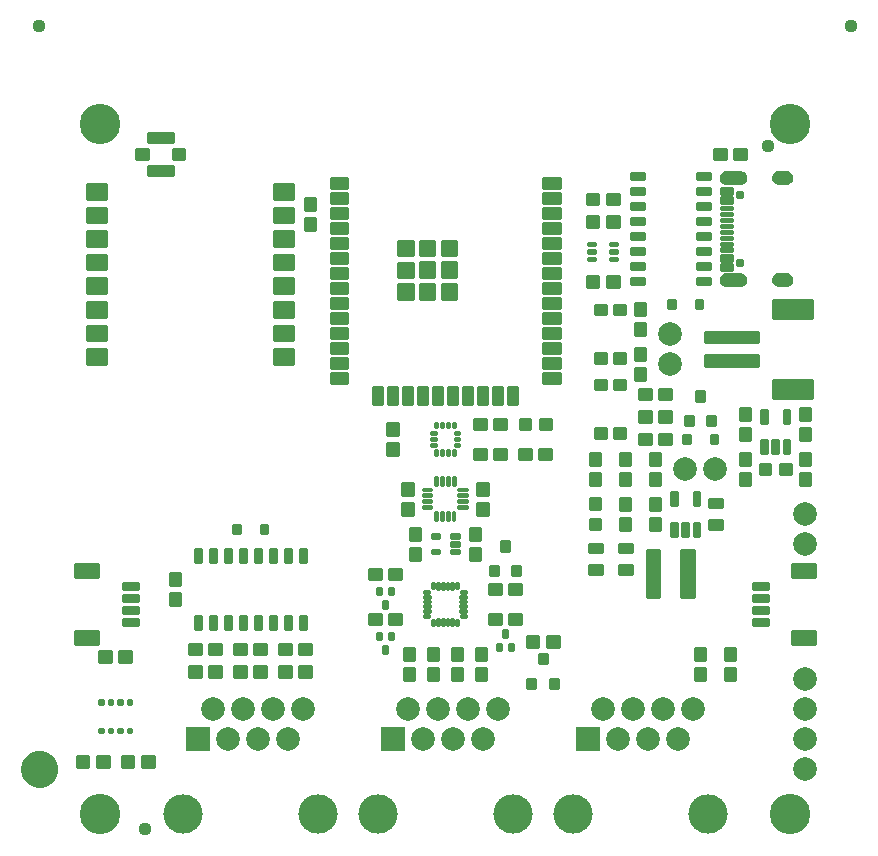
<source format=gts>
G04 EAGLE Gerber RS-274X export*
G75*
%MOMM*%
%FSLAX34Y34*%
%LPD*%
%INSoldermask Top*%
%IPPOS*%
%AMOC8*
5,1,8,0,0,1.08239X$1,22.5*%
G01*
%ADD10C,0.225938*%
%ADD11C,0.233119*%
%ADD12C,3.429000*%
%ADD13C,1.127000*%
%ADD14C,0.230578*%
%ADD15C,0.225369*%
%ADD16C,0.777000*%
%ADD17C,0.225400*%
%ADD18C,0.223409*%
%ADD19C,0.228600*%
%ADD20C,2.006600*%
%ADD21C,0.231750*%
%ADD22C,0.227100*%
%ADD23C,0.428259*%
%ADD24C,0.224509*%
%ADD25C,0.225588*%
%ADD26C,0.226609*%
%ADD27C,0.229969*%
%ADD28R,0.104000X0.453000*%
%ADD29R,0.453000X0.104000*%
%ADD30C,0.228928*%
%ADD31C,0.350137*%
%ADD32C,0.236319*%
%ADD33C,0.224709*%
%ADD34R,2.006600X2.006600*%
%ADD35C,3.327000*%
%ADD36C,1.270000*%
%ADD37C,1.627000*%

G36*
X567655Y557854D02*
X567655Y557854D01*
X567658Y557851D01*
X568925Y558056D01*
X568931Y558062D01*
X568936Y558059D01*
X570125Y558541D01*
X570129Y558548D01*
X570135Y558546D01*
X571188Y559280D01*
X571190Y559288D01*
X571196Y559287D01*
X572059Y560237D01*
X572060Y560246D01*
X572065Y560246D01*
X572695Y561365D01*
X572694Y561373D01*
X572700Y561375D01*
X573065Y562605D01*
X573062Y562612D01*
X573066Y562615D01*
X573065Y562615D01*
X573067Y562616D01*
X573149Y563897D01*
X573147Y563901D01*
X573149Y563903D01*
X573067Y565184D01*
X573061Y565190D01*
X573065Y565195D01*
X572700Y566425D01*
X572693Y566430D01*
X572695Y566435D01*
X572065Y567554D01*
X572058Y567557D01*
X572059Y567563D01*
X571196Y568513D01*
X571188Y568514D01*
X571188Y568520D01*
X570135Y569254D01*
X570127Y569254D01*
X570125Y569259D01*
X568936Y569741D01*
X568928Y569739D01*
X568925Y569744D01*
X567658Y569949D01*
X567653Y569946D01*
X567650Y569949D01*
X555650Y569949D01*
X555646Y569946D01*
X555643Y569949D01*
X554521Y569794D01*
X554516Y569789D01*
X554512Y569792D01*
X553441Y569421D01*
X553437Y569415D01*
X553432Y569417D01*
X552455Y568844D01*
X552452Y568838D01*
X552447Y568839D01*
X551600Y568086D01*
X551598Y568079D01*
X551593Y568079D01*
X550909Y567176D01*
X550909Y567169D01*
X550904Y567168D01*
X550409Y566149D01*
X550411Y566142D01*
X550409Y566141D01*
X550406Y566140D01*
X550119Y565043D01*
X550122Y565037D01*
X550118Y565034D01*
X550051Y563903D01*
X550053Y563899D01*
X550051Y563897D01*
X550118Y562766D01*
X550123Y562761D01*
X550119Y562757D01*
X550406Y561660D01*
X550412Y561656D01*
X550409Y561651D01*
X550904Y560632D01*
X550910Y560629D01*
X550909Y560624D01*
X551593Y559721D01*
X551600Y559719D01*
X551600Y559714D01*
X552447Y558961D01*
X552454Y558961D01*
X552455Y558956D01*
X553432Y558383D01*
X553439Y558384D01*
X553441Y558379D01*
X554512Y558008D01*
X554518Y558011D01*
X554521Y558006D01*
X555643Y557851D01*
X555648Y557854D01*
X555650Y557851D01*
X567650Y557851D01*
X567655Y557854D01*
G37*
G36*
X567655Y471454D02*
X567655Y471454D01*
X567658Y471451D01*
X568925Y471656D01*
X568931Y471662D01*
X568936Y471659D01*
X570125Y472141D01*
X570129Y472148D01*
X570135Y472146D01*
X571188Y472880D01*
X571190Y472888D01*
X571196Y472887D01*
X572059Y473837D01*
X572060Y473846D01*
X572065Y473846D01*
X572695Y474965D01*
X572694Y474973D01*
X572700Y474975D01*
X573065Y476205D01*
X573062Y476212D01*
X573066Y476215D01*
X573065Y476215D01*
X573067Y476216D01*
X573149Y477497D01*
X573147Y477501D01*
X573149Y477503D01*
X573067Y478784D01*
X573061Y478790D01*
X573065Y478795D01*
X572700Y480025D01*
X572693Y480030D01*
X572695Y480035D01*
X572065Y481154D01*
X572058Y481157D01*
X572059Y481163D01*
X571196Y482113D01*
X571188Y482114D01*
X571188Y482120D01*
X570135Y482854D01*
X570127Y482854D01*
X570125Y482859D01*
X568936Y483341D01*
X568928Y483339D01*
X568925Y483344D01*
X567658Y483549D01*
X567653Y483546D01*
X567650Y483549D01*
X555650Y483549D01*
X555646Y483546D01*
X555643Y483549D01*
X554521Y483394D01*
X554516Y483389D01*
X554512Y483392D01*
X553441Y483021D01*
X553437Y483015D01*
X553432Y483017D01*
X552455Y482444D01*
X552452Y482438D01*
X552447Y482439D01*
X551600Y481686D01*
X551598Y481679D01*
X551593Y481679D01*
X550909Y480776D01*
X550909Y480769D01*
X550904Y480768D01*
X550409Y479749D01*
X550411Y479742D01*
X550409Y479741D01*
X550406Y479740D01*
X550119Y478643D01*
X550122Y478637D01*
X550118Y478634D01*
X550051Y477503D01*
X550053Y477499D01*
X550051Y477497D01*
X550118Y476366D01*
X550123Y476361D01*
X550119Y476357D01*
X550406Y475260D01*
X550412Y475256D01*
X550409Y475251D01*
X550904Y474232D01*
X550910Y474229D01*
X550909Y474224D01*
X551593Y473321D01*
X551600Y473319D01*
X551600Y473314D01*
X552447Y472561D01*
X552454Y472561D01*
X552455Y472556D01*
X553432Y471983D01*
X553439Y471984D01*
X553441Y471979D01*
X554512Y471608D01*
X554518Y471611D01*
X554521Y471606D01*
X555643Y471451D01*
X555648Y471454D01*
X555650Y471451D01*
X567650Y471451D01*
X567655Y471454D01*
G37*
G36*
X606454Y557853D02*
X606454Y557853D01*
X606456Y557851D01*
X607785Y558006D01*
X607791Y558012D01*
X607795Y558009D01*
X609056Y558456D01*
X609061Y558463D01*
X609066Y558461D01*
X610196Y559178D01*
X610199Y559185D01*
X610205Y559184D01*
X611147Y560135D01*
X611148Y560143D01*
X611154Y560143D01*
X611861Y561279D01*
X611861Y561284D01*
X611862Y561285D01*
X611861Y561287D01*
X611866Y561289D01*
X612302Y562554D01*
X612300Y562562D01*
X612305Y562565D01*
X612449Y563895D01*
X612445Y563901D01*
X612449Y563905D01*
X612339Y565071D01*
X612334Y565076D01*
X612337Y565080D01*
X612002Y566203D01*
X611996Y566207D01*
X611998Y566211D01*
X611450Y567247D01*
X611444Y567250D01*
X611445Y567255D01*
X610706Y568163D01*
X610699Y568165D01*
X610699Y568170D01*
X609797Y568917D01*
X609790Y568917D01*
X609789Y568923D01*
X608758Y569479D01*
X608751Y569478D01*
X608749Y569483D01*
X607630Y569827D01*
X607623Y569825D01*
X607620Y569829D01*
X606455Y569949D01*
X606452Y569947D01*
X606450Y569949D01*
X600450Y569949D01*
X600447Y569947D01*
X600445Y569949D01*
X599269Y569838D01*
X599264Y569833D01*
X599260Y569836D01*
X598128Y569498D01*
X598124Y569492D01*
X598119Y569494D01*
X597075Y568942D01*
X597072Y568935D01*
X597067Y568937D01*
X596151Y568191D01*
X596150Y568184D01*
X596144Y568184D01*
X595391Y567275D01*
X595391Y567267D01*
X595386Y567267D01*
X594825Y566227D01*
X594826Y566220D01*
X594821Y566218D01*
X594474Y565089D01*
X594476Y565083D01*
X594472Y565080D01*
X594351Y563905D01*
X594355Y563898D01*
X594351Y563894D01*
X594508Y562554D01*
X594513Y562548D01*
X594510Y562543D01*
X594961Y561272D01*
X594968Y561267D01*
X594966Y561262D01*
X595688Y560123D01*
X595696Y560120D01*
X595695Y560114D01*
X596653Y559164D01*
X596661Y559163D01*
X596662Y559157D01*
X597807Y558444D01*
X597816Y558445D01*
X597817Y558439D01*
X599093Y557999D01*
X599100Y558001D01*
X599102Y557999D01*
X599103Y557997D01*
X600445Y557851D01*
X600448Y557853D01*
X600450Y557851D01*
X606450Y557851D01*
X606454Y557853D01*
G37*
G36*
X606454Y471453D02*
X606454Y471453D01*
X606456Y471451D01*
X607785Y471606D01*
X607791Y471612D01*
X607795Y471609D01*
X609056Y472056D01*
X609061Y472063D01*
X609066Y472061D01*
X610196Y472778D01*
X610199Y472785D01*
X610205Y472784D01*
X611147Y473735D01*
X611148Y473743D01*
X611154Y473743D01*
X611861Y474879D01*
X611861Y474884D01*
X611862Y474885D01*
X611861Y474887D01*
X611866Y474889D01*
X612302Y476154D01*
X612300Y476162D01*
X612305Y476165D01*
X612449Y477495D01*
X612445Y477501D01*
X612449Y477505D01*
X612339Y478671D01*
X612334Y478676D01*
X612337Y478680D01*
X612002Y479803D01*
X611996Y479807D01*
X611998Y479811D01*
X611450Y480847D01*
X611444Y480850D01*
X611445Y480855D01*
X610706Y481763D01*
X610699Y481765D01*
X610699Y481770D01*
X609797Y482517D01*
X609790Y482517D01*
X609789Y482523D01*
X608758Y483079D01*
X608751Y483078D01*
X608749Y483083D01*
X607630Y483427D01*
X607623Y483425D01*
X607620Y483429D01*
X606455Y483549D01*
X606452Y483547D01*
X606450Y483549D01*
X600450Y483549D01*
X600447Y483547D01*
X600445Y483549D01*
X599269Y483438D01*
X599264Y483433D01*
X599260Y483436D01*
X598128Y483098D01*
X598124Y483092D01*
X598119Y483094D01*
X597075Y482542D01*
X597072Y482535D01*
X597067Y482537D01*
X596151Y481791D01*
X596150Y481784D01*
X596144Y481784D01*
X595391Y480875D01*
X595391Y480867D01*
X595386Y480867D01*
X594825Y479827D01*
X594826Y479820D01*
X594821Y479818D01*
X594474Y478689D01*
X594476Y478683D01*
X594472Y478680D01*
X594351Y477505D01*
X594355Y477498D01*
X594351Y477494D01*
X594508Y476154D01*
X594513Y476148D01*
X594510Y476143D01*
X594961Y474872D01*
X594968Y474867D01*
X594966Y474862D01*
X595688Y473723D01*
X595696Y473720D01*
X595695Y473714D01*
X596653Y472764D01*
X596661Y472763D01*
X596662Y472757D01*
X597807Y472044D01*
X597816Y472045D01*
X597817Y472039D01*
X599093Y471599D01*
X599100Y471601D01*
X599102Y471599D01*
X599103Y471597D01*
X600445Y471451D01*
X600448Y471453D01*
X600450Y471451D01*
X606450Y471451D01*
X606454Y471453D01*
G37*
D10*
X234506Y563606D02*
X234506Y555594D01*
X220494Y555594D01*
X220494Y563606D01*
X234506Y563606D01*
X234506Y557740D02*
X220494Y557740D01*
X220494Y559886D02*
X234506Y559886D01*
X234506Y562032D02*
X220494Y562032D01*
X234506Y550906D02*
X234506Y542894D01*
X220494Y542894D01*
X220494Y550906D01*
X234506Y550906D01*
X234506Y545040D02*
X220494Y545040D01*
X220494Y547186D02*
X234506Y547186D01*
X234506Y549332D02*
X220494Y549332D01*
X234506Y538206D02*
X234506Y530194D01*
X220494Y530194D01*
X220494Y538206D01*
X234506Y538206D01*
X234506Y532340D02*
X220494Y532340D01*
X220494Y534486D02*
X234506Y534486D01*
X234506Y536632D02*
X220494Y536632D01*
X234506Y525506D02*
X234506Y517494D01*
X220494Y517494D01*
X220494Y525506D01*
X234506Y525506D01*
X234506Y519640D02*
X220494Y519640D01*
X220494Y521786D02*
X234506Y521786D01*
X234506Y523932D02*
X220494Y523932D01*
X234506Y512806D02*
X234506Y504794D01*
X220494Y504794D01*
X220494Y512806D01*
X234506Y512806D01*
X234506Y506940D02*
X220494Y506940D01*
X220494Y509086D02*
X234506Y509086D01*
X234506Y511232D02*
X220494Y511232D01*
X234506Y500106D02*
X234506Y492094D01*
X220494Y492094D01*
X220494Y500106D01*
X234506Y500106D01*
X234506Y494240D02*
X220494Y494240D01*
X220494Y496386D02*
X234506Y496386D01*
X234506Y498532D02*
X220494Y498532D01*
X234506Y487406D02*
X234506Y479394D01*
X220494Y479394D01*
X220494Y487406D01*
X234506Y487406D01*
X234506Y481540D02*
X220494Y481540D01*
X220494Y483686D02*
X234506Y483686D01*
X234506Y485832D02*
X220494Y485832D01*
X234506Y474706D02*
X234506Y466694D01*
X220494Y466694D01*
X220494Y474706D01*
X234506Y474706D01*
X234506Y468840D02*
X220494Y468840D01*
X220494Y470986D02*
X234506Y470986D01*
X234506Y473132D02*
X220494Y473132D01*
X234506Y462006D02*
X234506Y453994D01*
X220494Y453994D01*
X220494Y462006D01*
X234506Y462006D01*
X234506Y456140D02*
X220494Y456140D01*
X220494Y458286D02*
X234506Y458286D01*
X234506Y460432D02*
X220494Y460432D01*
X234506Y449306D02*
X234506Y441294D01*
X220494Y441294D01*
X220494Y449306D01*
X234506Y449306D01*
X234506Y443440D02*
X220494Y443440D01*
X220494Y445586D02*
X234506Y445586D01*
X234506Y447732D02*
X220494Y447732D01*
X234506Y436606D02*
X234506Y428594D01*
X220494Y428594D01*
X220494Y436606D01*
X234506Y436606D01*
X234506Y430740D02*
X220494Y430740D01*
X220494Y432886D02*
X234506Y432886D01*
X234506Y435032D02*
X220494Y435032D01*
X234506Y423906D02*
X234506Y415894D01*
X220494Y415894D01*
X220494Y423906D01*
X234506Y423906D01*
X234506Y418040D02*
X220494Y418040D01*
X220494Y420186D02*
X234506Y420186D01*
X234506Y422332D02*
X220494Y422332D01*
X234506Y411206D02*
X234506Y403194D01*
X220494Y403194D01*
X220494Y411206D01*
X234506Y411206D01*
X234506Y405340D02*
X220494Y405340D01*
X220494Y407486D02*
X234506Y407486D01*
X234506Y409632D02*
X220494Y409632D01*
X234506Y398506D02*
X234506Y390494D01*
X220494Y390494D01*
X220494Y398506D01*
X234506Y398506D01*
X234506Y392640D02*
X220494Y392640D01*
X220494Y394786D02*
X234506Y394786D01*
X234506Y396932D02*
X220494Y396932D01*
X256344Y386606D02*
X264356Y386606D01*
X264356Y372594D01*
X256344Y372594D01*
X256344Y386606D01*
X256344Y374740D02*
X264356Y374740D01*
X264356Y376886D02*
X256344Y376886D01*
X256344Y379032D02*
X264356Y379032D01*
X264356Y381178D02*
X256344Y381178D01*
X256344Y383324D02*
X264356Y383324D01*
X264356Y385470D02*
X256344Y385470D01*
X269044Y386606D02*
X277056Y386606D01*
X277056Y372594D01*
X269044Y372594D01*
X269044Y386606D01*
X269044Y374740D02*
X277056Y374740D01*
X277056Y376886D02*
X269044Y376886D01*
X269044Y379032D02*
X277056Y379032D01*
X277056Y381178D02*
X269044Y381178D01*
X269044Y383324D02*
X277056Y383324D01*
X277056Y385470D02*
X269044Y385470D01*
X281744Y386606D02*
X289756Y386606D01*
X289756Y372594D01*
X281744Y372594D01*
X281744Y386606D01*
X281744Y374740D02*
X289756Y374740D01*
X289756Y376886D02*
X281744Y376886D01*
X281744Y379032D02*
X289756Y379032D01*
X289756Y381178D02*
X281744Y381178D01*
X281744Y383324D02*
X289756Y383324D01*
X289756Y385470D02*
X281744Y385470D01*
X294444Y386606D02*
X302456Y386606D01*
X302456Y372594D01*
X294444Y372594D01*
X294444Y386606D01*
X294444Y374740D02*
X302456Y374740D01*
X302456Y376886D02*
X294444Y376886D01*
X294444Y379032D02*
X302456Y379032D01*
X302456Y381178D02*
X294444Y381178D01*
X294444Y383324D02*
X302456Y383324D01*
X302456Y385470D02*
X294444Y385470D01*
X307144Y386606D02*
X315156Y386606D01*
X315156Y372594D01*
X307144Y372594D01*
X307144Y386606D01*
X307144Y374740D02*
X315156Y374740D01*
X315156Y376886D02*
X307144Y376886D01*
X307144Y379032D02*
X315156Y379032D01*
X315156Y381178D02*
X307144Y381178D01*
X307144Y383324D02*
X315156Y383324D01*
X315156Y385470D02*
X307144Y385470D01*
X319844Y386606D02*
X327856Y386606D01*
X327856Y372594D01*
X319844Y372594D01*
X319844Y386606D01*
X319844Y374740D02*
X327856Y374740D01*
X327856Y376886D02*
X319844Y376886D01*
X319844Y379032D02*
X327856Y379032D01*
X327856Y381178D02*
X319844Y381178D01*
X319844Y383324D02*
X327856Y383324D01*
X327856Y385470D02*
X319844Y385470D01*
X332544Y386606D02*
X340556Y386606D01*
X340556Y372594D01*
X332544Y372594D01*
X332544Y386606D01*
X332544Y374740D02*
X340556Y374740D01*
X340556Y376886D02*
X332544Y376886D01*
X332544Y379032D02*
X340556Y379032D01*
X340556Y381178D02*
X332544Y381178D01*
X332544Y383324D02*
X340556Y383324D01*
X340556Y385470D02*
X332544Y385470D01*
X345244Y386606D02*
X353256Y386606D01*
X353256Y372594D01*
X345244Y372594D01*
X345244Y386606D01*
X345244Y374740D02*
X353256Y374740D01*
X353256Y376886D02*
X345244Y376886D01*
X345244Y379032D02*
X353256Y379032D01*
X353256Y381178D02*
X345244Y381178D01*
X345244Y383324D02*
X353256Y383324D01*
X353256Y385470D02*
X345244Y385470D01*
X357944Y386606D02*
X365956Y386606D01*
X365956Y372594D01*
X357944Y372594D01*
X357944Y386606D01*
X357944Y374740D02*
X365956Y374740D01*
X365956Y376886D02*
X357944Y376886D01*
X357944Y379032D02*
X365956Y379032D01*
X365956Y381178D02*
X357944Y381178D01*
X357944Y383324D02*
X365956Y383324D01*
X365956Y385470D02*
X357944Y385470D01*
X370644Y386606D02*
X378656Y386606D01*
X378656Y372594D01*
X370644Y372594D01*
X370644Y386606D01*
X370644Y374740D02*
X378656Y374740D01*
X378656Y376886D02*
X370644Y376886D01*
X370644Y379032D02*
X378656Y379032D01*
X378656Y381178D02*
X370644Y381178D01*
X370644Y383324D02*
X378656Y383324D01*
X378656Y385470D02*
X370644Y385470D01*
X414506Y390494D02*
X414506Y398506D01*
X414506Y390494D02*
X400494Y390494D01*
X400494Y398506D01*
X414506Y398506D01*
X414506Y392640D02*
X400494Y392640D01*
X400494Y394786D02*
X414506Y394786D01*
X414506Y396932D02*
X400494Y396932D01*
X414506Y403194D02*
X414506Y411206D01*
X414506Y403194D02*
X400494Y403194D01*
X400494Y411206D01*
X414506Y411206D01*
X414506Y405340D02*
X400494Y405340D01*
X400494Y407486D02*
X414506Y407486D01*
X414506Y409632D02*
X400494Y409632D01*
X414506Y415894D02*
X414506Y423906D01*
X414506Y415894D02*
X400494Y415894D01*
X400494Y423906D01*
X414506Y423906D01*
X414506Y418040D02*
X400494Y418040D01*
X400494Y420186D02*
X414506Y420186D01*
X414506Y422332D02*
X400494Y422332D01*
X414506Y428594D02*
X414506Y436606D01*
X414506Y428594D02*
X400494Y428594D01*
X400494Y436606D01*
X414506Y436606D01*
X414506Y430740D02*
X400494Y430740D01*
X400494Y432886D02*
X414506Y432886D01*
X414506Y435032D02*
X400494Y435032D01*
X414506Y441294D02*
X414506Y449306D01*
X414506Y441294D02*
X400494Y441294D01*
X400494Y449306D01*
X414506Y449306D01*
X414506Y443440D02*
X400494Y443440D01*
X400494Y445586D02*
X414506Y445586D01*
X414506Y447732D02*
X400494Y447732D01*
X414506Y453994D02*
X414506Y462006D01*
X414506Y453994D02*
X400494Y453994D01*
X400494Y462006D01*
X414506Y462006D01*
X414506Y456140D02*
X400494Y456140D01*
X400494Y458286D02*
X414506Y458286D01*
X414506Y460432D02*
X400494Y460432D01*
X414506Y466694D02*
X414506Y474706D01*
X414506Y466694D02*
X400494Y466694D01*
X400494Y474706D01*
X414506Y474706D01*
X414506Y468840D02*
X400494Y468840D01*
X400494Y470986D02*
X414506Y470986D01*
X414506Y473132D02*
X400494Y473132D01*
X414506Y479394D02*
X414506Y487406D01*
X414506Y479394D02*
X400494Y479394D01*
X400494Y487406D01*
X414506Y487406D01*
X414506Y481540D02*
X400494Y481540D01*
X400494Y483686D02*
X414506Y483686D01*
X414506Y485832D02*
X400494Y485832D01*
X414506Y492094D02*
X414506Y500106D01*
X414506Y492094D02*
X400494Y492094D01*
X400494Y500106D01*
X414506Y500106D01*
X414506Y494240D02*
X400494Y494240D01*
X400494Y496386D02*
X414506Y496386D01*
X414506Y498532D02*
X400494Y498532D01*
X414506Y504794D02*
X414506Y512806D01*
X414506Y504794D02*
X400494Y504794D01*
X400494Y512806D01*
X414506Y512806D01*
X414506Y506940D02*
X400494Y506940D01*
X400494Y509086D02*
X414506Y509086D01*
X414506Y511232D02*
X400494Y511232D01*
X414506Y517494D02*
X414506Y525506D01*
X414506Y517494D02*
X400494Y517494D01*
X400494Y525506D01*
X414506Y525506D01*
X414506Y519640D02*
X400494Y519640D01*
X400494Y521786D02*
X414506Y521786D01*
X414506Y523932D02*
X400494Y523932D01*
X414506Y530194D02*
X414506Y538206D01*
X414506Y530194D02*
X400494Y530194D01*
X400494Y538206D01*
X414506Y538206D01*
X414506Y532340D02*
X400494Y532340D01*
X400494Y534486D02*
X414506Y534486D01*
X414506Y536632D02*
X400494Y536632D01*
X414506Y542894D02*
X414506Y550906D01*
X414506Y542894D02*
X400494Y542894D01*
X400494Y550906D01*
X414506Y550906D01*
X414506Y545040D02*
X400494Y545040D01*
X400494Y547186D02*
X414506Y547186D01*
X414506Y549332D02*
X400494Y549332D01*
X414506Y555594D02*
X414506Y563606D01*
X414506Y555594D02*
X400494Y555594D01*
X400494Y563606D01*
X414506Y563606D01*
X414506Y557740D02*
X400494Y557740D01*
X400494Y559886D02*
X414506Y559886D01*
X414506Y562032D02*
X400494Y562032D01*
D11*
X308310Y492300D02*
X308310Y480060D01*
X296070Y480060D01*
X296070Y492300D01*
X308310Y492300D01*
X308310Y482274D02*
X296070Y482274D01*
X296070Y484488D02*
X308310Y484488D01*
X308310Y486702D02*
X296070Y486702D01*
X296070Y488916D02*
X308310Y488916D01*
X308310Y491130D02*
X296070Y491130D01*
X326760Y498270D02*
X326760Y510510D01*
X326760Y498270D02*
X314520Y498270D01*
X314520Y510510D01*
X326760Y510510D01*
X326760Y500484D02*
X314520Y500484D01*
X314520Y502698D02*
X326760Y502698D01*
X326760Y504912D02*
X314520Y504912D01*
X314520Y507126D02*
X326760Y507126D01*
X326760Y509340D02*
X314520Y509340D01*
X308460Y510510D02*
X308460Y498270D01*
X296220Y498270D01*
X296220Y510510D01*
X308460Y510510D01*
X308460Y500484D02*
X296220Y500484D01*
X296220Y502698D02*
X308460Y502698D01*
X308460Y504912D02*
X296220Y504912D01*
X296220Y507126D02*
X308460Y507126D01*
X308460Y509340D02*
X296220Y509340D01*
X290160Y510510D02*
X290160Y498270D01*
X277920Y498270D01*
X277920Y510510D01*
X290160Y510510D01*
X290160Y500484D02*
X277920Y500484D01*
X277920Y502698D02*
X290160Y502698D01*
X290160Y504912D02*
X277920Y504912D01*
X277920Y507126D02*
X290160Y507126D01*
X290160Y509340D02*
X277920Y509340D01*
X290160Y492210D02*
X290160Y479970D01*
X277920Y479970D01*
X277920Y492210D01*
X290160Y492210D01*
X290160Y482184D02*
X277920Y482184D01*
X277920Y484398D02*
X290160Y484398D01*
X290160Y486612D02*
X277920Y486612D01*
X277920Y488826D02*
X290160Y488826D01*
X290160Y491040D02*
X277920Y491040D01*
X326860Y492510D02*
X326860Y480270D01*
X314620Y480270D01*
X314620Y492510D01*
X326860Y492510D01*
X326860Y482484D02*
X314620Y482484D01*
X314620Y484698D02*
X326860Y484698D01*
X326860Y486912D02*
X314620Y486912D01*
X314620Y489126D02*
X326860Y489126D01*
X326860Y491340D02*
X314620Y491340D01*
X326760Y473910D02*
X326760Y461670D01*
X314520Y461670D01*
X314520Y473910D01*
X326760Y473910D01*
X326760Y463884D02*
X314520Y463884D01*
X314520Y466098D02*
X326760Y466098D01*
X326760Y468312D02*
X314520Y468312D01*
X314520Y470526D02*
X326760Y470526D01*
X326760Y472740D02*
X314520Y472740D01*
X308460Y473810D02*
X308460Y461570D01*
X296220Y461570D01*
X296220Y473810D01*
X308460Y473810D01*
X308460Y463784D02*
X296220Y463784D01*
X296220Y465998D02*
X308460Y465998D01*
X308460Y468212D02*
X296220Y468212D01*
X296220Y470426D02*
X308460Y470426D01*
X308460Y472640D02*
X296220Y472640D01*
X290160Y473910D02*
X290160Y461670D01*
X277920Y461670D01*
X277920Y473910D01*
X290160Y473910D01*
X290160Y463884D02*
X277920Y463884D01*
X277920Y466098D02*
X290160Y466098D01*
X290160Y468312D02*
X277920Y468312D01*
X277920Y470526D02*
X290160Y470526D01*
X290160Y472740D02*
X277920Y472740D01*
D12*
X609600Y25400D03*
X25400Y25400D03*
X25400Y609600D03*
X609600Y609600D03*
D13*
X63500Y12700D03*
X590550Y590550D03*
D14*
X560332Y529182D02*
X560332Y527218D01*
X551368Y527218D01*
X551368Y529182D01*
X560332Y529182D01*
X560332Y524182D02*
X560332Y522218D01*
X551368Y522218D01*
X551368Y524182D01*
X560332Y524182D01*
D15*
X560358Y550442D02*
X560358Y555458D01*
X560358Y550442D02*
X551342Y550442D01*
X551342Y555458D01*
X560358Y555458D01*
X560358Y552583D02*
X551342Y552583D01*
X551342Y554724D02*
X560358Y554724D01*
X560358Y547708D02*
X560358Y542692D01*
X551342Y542692D01*
X551342Y547708D01*
X560358Y547708D01*
X560358Y544833D02*
X551342Y544833D01*
X551342Y546974D02*
X560358Y546974D01*
D14*
X560332Y539182D02*
X560332Y537218D01*
X551368Y537218D01*
X551368Y539182D01*
X560332Y539182D01*
X560332Y534182D02*
X560332Y532218D01*
X551368Y532218D01*
X551368Y534182D01*
X560332Y534182D01*
X551368Y514182D02*
X551368Y512218D01*
X551368Y514182D02*
X560332Y514182D01*
X560332Y512218D01*
X551368Y512218D01*
X551368Y517218D02*
X551368Y519182D01*
X560332Y519182D01*
X560332Y517218D01*
X551368Y517218D01*
D15*
X551342Y490958D02*
X551342Y485942D01*
X551342Y490958D02*
X560358Y490958D01*
X560358Y485942D01*
X551342Y485942D01*
X551342Y488083D02*
X560358Y488083D01*
X560358Y490224D02*
X551342Y490224D01*
X551342Y493692D02*
X551342Y498708D01*
X560358Y498708D01*
X560358Y493692D01*
X551342Y493692D01*
X551342Y495833D02*
X560358Y495833D01*
X560358Y497974D02*
X551342Y497974D01*
D14*
X551368Y502218D02*
X551368Y504182D01*
X560332Y504182D01*
X560332Y502218D01*
X551368Y502218D01*
X551368Y507218D02*
X551368Y509182D01*
X560332Y509182D01*
X560332Y507218D01*
X551368Y507218D01*
D16*
X566900Y491800D03*
X566900Y549600D03*
D17*
X478092Y458008D02*
X478092Y447992D01*
X478092Y458008D02*
X487108Y458008D01*
X487108Y447992D01*
X478092Y447992D01*
X478092Y450133D02*
X487108Y450133D01*
X487108Y452274D02*
X478092Y452274D01*
X478092Y454415D02*
X487108Y454415D01*
X487108Y456556D02*
X478092Y456556D01*
X478092Y441008D02*
X478092Y430992D01*
X478092Y441008D02*
X487108Y441008D01*
X487108Y430992D01*
X478092Y430992D01*
X478092Y433133D02*
X487108Y433133D01*
X487108Y435274D02*
X478092Y435274D01*
X478092Y437415D02*
X487108Y437415D01*
X487108Y439556D02*
X478092Y439556D01*
X487108Y402908D02*
X487108Y392892D01*
X478092Y392892D01*
X478092Y402908D01*
X487108Y402908D01*
X487108Y395033D02*
X478092Y395033D01*
X478092Y397174D02*
X487108Y397174D01*
X487108Y399315D02*
X478092Y399315D01*
X478092Y401456D02*
X487108Y401456D01*
X487108Y409892D02*
X487108Y419908D01*
X487108Y409892D02*
X478092Y409892D01*
X478092Y419908D01*
X487108Y419908D01*
X487108Y412033D02*
X478092Y412033D01*
X478092Y414174D02*
X487108Y414174D01*
X487108Y416315D02*
X478092Y416315D01*
X478092Y418456D02*
X487108Y418456D01*
D18*
X508932Y260881D02*
X513468Y260881D01*
X508932Y260881D02*
X508932Y271917D01*
X513468Y271917D01*
X513468Y260881D01*
X513468Y263003D02*
X508932Y263003D01*
X508932Y265125D02*
X513468Y265125D01*
X513468Y267247D02*
X508932Y267247D01*
X508932Y269369D02*
X513468Y269369D01*
X513468Y271491D02*
X508932Y271491D01*
X518432Y260881D02*
X522968Y260881D01*
X518432Y260881D02*
X518432Y271917D01*
X522968Y271917D01*
X522968Y260881D01*
X522968Y263003D02*
X518432Y263003D01*
X518432Y265125D02*
X522968Y265125D01*
X522968Y267247D02*
X518432Y267247D01*
X518432Y269369D02*
X522968Y269369D01*
X522968Y271491D02*
X518432Y271491D01*
X527932Y260881D02*
X532468Y260881D01*
X527932Y260881D02*
X527932Y271917D01*
X532468Y271917D01*
X532468Y260881D01*
X532468Y263003D02*
X527932Y263003D01*
X527932Y265125D02*
X532468Y265125D01*
X532468Y267247D02*
X527932Y267247D01*
X527932Y269369D02*
X532468Y269369D01*
X532468Y271491D02*
X527932Y271491D01*
X527932Y286883D02*
X532468Y286883D01*
X527932Y286883D02*
X527932Y297919D01*
X532468Y297919D01*
X532468Y286883D01*
X532468Y289005D02*
X527932Y289005D01*
X527932Y291127D02*
X532468Y291127D01*
X532468Y293249D02*
X527932Y293249D01*
X527932Y295371D02*
X532468Y295371D01*
X532468Y297493D02*
X527932Y297493D01*
X513468Y286883D02*
X508932Y286883D01*
X508932Y297919D01*
X513468Y297919D01*
X513468Y286883D01*
X513468Y289005D02*
X508932Y289005D01*
X508932Y291127D02*
X513468Y291127D01*
X513468Y293249D02*
X508932Y293249D01*
X508932Y295371D02*
X513468Y295371D01*
X513468Y297493D02*
X508932Y297493D01*
D19*
X517525Y248539D02*
X517525Y208661D01*
X517525Y248539D02*
X527939Y248539D01*
X527939Y208661D01*
X517525Y208661D01*
X517525Y210833D02*
X527939Y210833D01*
X527939Y213005D02*
X517525Y213005D01*
X517525Y215177D02*
X527939Y215177D01*
X527939Y217349D02*
X517525Y217349D01*
X517525Y219521D02*
X527939Y219521D01*
X527939Y221693D02*
X517525Y221693D01*
X517525Y223865D02*
X527939Y223865D01*
X527939Y226037D02*
X517525Y226037D01*
X517525Y228209D02*
X527939Y228209D01*
X527939Y230381D02*
X517525Y230381D01*
X517525Y232553D02*
X527939Y232553D01*
X527939Y234725D02*
X517525Y234725D01*
X517525Y236897D02*
X527939Y236897D01*
X527939Y239069D02*
X517525Y239069D01*
X517525Y241241D02*
X527939Y241241D01*
X527939Y243413D02*
X517525Y243413D01*
X517525Y245585D02*
X527939Y245585D01*
X527939Y247757D02*
X517525Y247757D01*
X488061Y248539D02*
X488061Y208661D01*
X488061Y248539D02*
X498475Y248539D01*
X498475Y208661D01*
X488061Y208661D01*
X488061Y210833D02*
X498475Y210833D01*
X498475Y213005D02*
X488061Y213005D01*
X488061Y215177D02*
X498475Y215177D01*
X498475Y217349D02*
X488061Y217349D01*
X488061Y219521D02*
X498475Y219521D01*
X498475Y221693D02*
X488061Y221693D01*
X488061Y223865D02*
X498475Y223865D01*
X498475Y226037D02*
X488061Y226037D01*
X488061Y228209D02*
X498475Y228209D01*
X498475Y230381D02*
X488061Y230381D01*
X488061Y232553D02*
X498475Y232553D01*
X498475Y234725D02*
X488061Y234725D01*
X488061Y236897D02*
X498475Y236897D01*
X498475Y239069D02*
X488061Y239069D01*
X488061Y241241D02*
X498475Y241241D01*
X498475Y243413D02*
X488061Y243413D01*
X488061Y245585D02*
X498475Y245585D01*
X498475Y247757D02*
X488061Y247757D01*
D20*
X546100Y317500D03*
X520700Y317500D03*
D21*
X520424Y354324D02*
X527376Y354324D01*
X520424Y354324D02*
X520424Y362276D01*
X527376Y362276D01*
X527376Y354324D01*
X527376Y356526D02*
X520424Y356526D01*
X520424Y358728D02*
X527376Y358728D01*
X527376Y360930D02*
X520424Y360930D01*
X539424Y354324D02*
X546376Y354324D01*
X539424Y354324D02*
X539424Y362276D01*
X546376Y362276D01*
X546376Y354324D01*
X546376Y356526D02*
X539424Y356526D01*
X539424Y358728D02*
X546376Y358728D01*
X546376Y360930D02*
X539424Y360930D01*
X536876Y375324D02*
X529924Y375324D01*
X529924Y383276D01*
X536876Y383276D01*
X536876Y375324D01*
X536876Y377526D02*
X529924Y377526D01*
X529924Y379728D02*
X536876Y379728D01*
X536876Y381930D02*
X529924Y381930D01*
D22*
X542250Y346550D02*
X547550Y346550D01*
X547550Y339250D01*
X542250Y339250D01*
X542250Y346550D01*
X542250Y341407D02*
X547550Y341407D01*
X547550Y343564D02*
X542250Y343564D01*
X542250Y345721D02*
X547550Y345721D01*
X524550Y346550D02*
X519250Y346550D01*
X524550Y346550D02*
X524550Y339250D01*
X519250Y339250D01*
X519250Y346550D01*
X519250Y341407D02*
X524550Y341407D01*
X524550Y343564D02*
X519250Y343564D01*
X519250Y345721D02*
X524550Y345721D01*
D17*
X491808Y338392D02*
X481792Y338392D01*
X481792Y347408D01*
X491808Y347408D01*
X491808Y338392D01*
X491808Y340533D02*
X481792Y340533D01*
X481792Y342674D02*
X491808Y342674D01*
X491808Y344815D02*
X481792Y344815D01*
X481792Y346956D02*
X491808Y346956D01*
X498792Y338392D02*
X508808Y338392D01*
X498792Y338392D02*
X498792Y347408D01*
X508808Y347408D01*
X508808Y338392D01*
X508808Y340533D02*
X498792Y340533D01*
X498792Y342674D02*
X508808Y342674D01*
X508808Y344815D02*
X498792Y344815D01*
X498792Y346956D02*
X508808Y346956D01*
X490792Y331008D02*
X490792Y320992D01*
X490792Y331008D02*
X499808Y331008D01*
X499808Y320992D01*
X490792Y320992D01*
X490792Y323133D02*
X499808Y323133D01*
X499808Y325274D02*
X490792Y325274D01*
X490792Y327415D02*
X499808Y327415D01*
X499808Y329556D02*
X490792Y329556D01*
X490792Y314008D02*
X490792Y303992D01*
X490792Y314008D02*
X499808Y314008D01*
X499808Y303992D01*
X490792Y303992D01*
X490792Y306133D02*
X499808Y306133D01*
X499808Y308274D02*
X490792Y308274D01*
X490792Y310415D02*
X499808Y310415D01*
X499808Y312556D02*
X490792Y312556D01*
D21*
X540624Y291876D02*
X540624Y284924D01*
X540624Y291876D02*
X551576Y291876D01*
X551576Y284924D01*
X540624Y284924D01*
X540624Y287126D02*
X551576Y287126D01*
X551576Y289328D02*
X540624Y289328D01*
X540624Y291530D02*
X551576Y291530D01*
X540624Y273876D02*
X540624Y266924D01*
X540624Y273876D02*
X551576Y273876D01*
X551576Y266924D01*
X540624Y266924D01*
X540624Y269126D02*
X551576Y269126D01*
X551576Y271328D02*
X540624Y271328D01*
X540624Y273530D02*
X551576Y273530D01*
X464424Y253776D02*
X464424Y246824D01*
X464424Y253776D02*
X475376Y253776D01*
X475376Y246824D01*
X464424Y246824D01*
X464424Y249026D02*
X475376Y249026D01*
X475376Y251228D02*
X464424Y251228D01*
X464424Y253430D02*
X475376Y253430D01*
X464424Y235776D02*
X464424Y228824D01*
X464424Y235776D02*
X475376Y235776D01*
X475376Y228824D01*
X464424Y228824D01*
X464424Y231026D02*
X475376Y231026D01*
X475376Y233228D02*
X464424Y233228D01*
X464424Y235430D02*
X475376Y235430D01*
D17*
X465392Y282892D02*
X465392Y292908D01*
X474408Y292908D01*
X474408Y282892D01*
X465392Y282892D01*
X465392Y285033D02*
X474408Y285033D01*
X474408Y287174D02*
X465392Y287174D01*
X465392Y289315D02*
X474408Y289315D01*
X474408Y291456D02*
X465392Y291456D01*
X465392Y275908D02*
X465392Y265892D01*
X465392Y275908D02*
X474408Y275908D01*
X474408Y265892D01*
X465392Y265892D01*
X465392Y268033D02*
X474408Y268033D01*
X474408Y270174D02*
X465392Y270174D01*
X465392Y272315D02*
X474408Y272315D01*
X474408Y274456D02*
X465392Y274456D01*
X465392Y320992D02*
X465392Y331008D01*
X474408Y331008D01*
X474408Y320992D01*
X465392Y320992D01*
X465392Y323133D02*
X474408Y323133D01*
X474408Y325274D02*
X465392Y325274D01*
X465392Y327415D02*
X474408Y327415D01*
X474408Y329556D02*
X465392Y329556D01*
X465392Y314008D02*
X465392Y303992D01*
X465392Y314008D02*
X474408Y314008D01*
X474408Y303992D01*
X465392Y303992D01*
X465392Y306133D02*
X474408Y306133D01*
X474408Y308274D02*
X465392Y308274D01*
X465392Y310415D02*
X474408Y310415D01*
X474408Y312556D02*
X465392Y312556D01*
X490792Y292908D02*
X490792Y282892D01*
X490792Y292908D02*
X499808Y292908D01*
X499808Y282892D01*
X490792Y282892D01*
X490792Y285033D02*
X499808Y285033D01*
X499808Y287174D02*
X490792Y287174D01*
X490792Y289315D02*
X499808Y289315D01*
X499808Y291456D02*
X490792Y291456D01*
X490792Y275908D02*
X490792Y265892D01*
X490792Y275908D02*
X499808Y275908D01*
X499808Y265892D01*
X490792Y265892D01*
X490792Y268033D02*
X499808Y268033D01*
X499808Y270174D02*
X490792Y270174D01*
X490792Y272315D02*
X499808Y272315D01*
X499808Y274456D02*
X490792Y274456D01*
D18*
X585132Y330731D02*
X589668Y330731D01*
X585132Y330731D02*
X585132Y341767D01*
X589668Y341767D01*
X589668Y330731D01*
X589668Y332853D02*
X585132Y332853D01*
X585132Y334975D02*
X589668Y334975D01*
X589668Y337097D02*
X585132Y337097D01*
X585132Y339219D02*
X589668Y339219D01*
X589668Y341341D02*
X585132Y341341D01*
X594632Y330731D02*
X599168Y330731D01*
X594632Y330731D02*
X594632Y341767D01*
X599168Y341767D01*
X599168Y330731D01*
X599168Y332853D02*
X594632Y332853D01*
X594632Y334975D02*
X599168Y334975D01*
X599168Y337097D02*
X594632Y337097D01*
X594632Y339219D02*
X599168Y339219D01*
X599168Y341341D02*
X594632Y341341D01*
X604132Y330731D02*
X608668Y330731D01*
X604132Y330731D02*
X604132Y341767D01*
X608668Y341767D01*
X608668Y330731D01*
X608668Y332853D02*
X604132Y332853D01*
X604132Y334975D02*
X608668Y334975D01*
X608668Y337097D02*
X604132Y337097D01*
X604132Y339219D02*
X608668Y339219D01*
X608668Y341341D02*
X604132Y341341D01*
X604132Y356733D02*
X608668Y356733D01*
X604132Y356733D02*
X604132Y367769D01*
X608668Y367769D01*
X608668Y356733D01*
X608668Y358855D02*
X604132Y358855D01*
X604132Y360977D02*
X608668Y360977D01*
X608668Y363099D02*
X604132Y363099D01*
X604132Y365221D02*
X608668Y365221D01*
X608668Y367343D02*
X604132Y367343D01*
X589668Y356733D02*
X585132Y356733D01*
X585132Y367769D01*
X589668Y367769D01*
X589668Y356733D01*
X589668Y358855D02*
X585132Y358855D01*
X585132Y360977D02*
X589668Y360977D01*
X589668Y363099D02*
X585132Y363099D01*
X585132Y365221D02*
X589668Y365221D01*
X589668Y367343D02*
X585132Y367343D01*
D17*
X626808Y352108D02*
X626808Y342092D01*
X617792Y342092D01*
X617792Y352108D01*
X626808Y352108D01*
X626808Y344233D02*
X617792Y344233D01*
X617792Y346374D02*
X626808Y346374D01*
X626808Y348515D02*
X617792Y348515D01*
X617792Y350656D02*
X626808Y350656D01*
X626808Y359092D02*
X626808Y369108D01*
X626808Y359092D02*
X617792Y359092D01*
X617792Y369108D01*
X626808Y369108D01*
X626808Y361233D02*
X617792Y361233D01*
X617792Y363374D02*
X626808Y363374D01*
X626808Y365515D02*
X617792Y365515D01*
X617792Y367656D02*
X626808Y367656D01*
X576008Y314008D02*
X576008Y303992D01*
X566992Y303992D01*
X566992Y314008D01*
X576008Y314008D01*
X576008Y306133D02*
X566992Y306133D01*
X566992Y308274D02*
X576008Y308274D01*
X576008Y310415D02*
X566992Y310415D01*
X566992Y312556D02*
X576008Y312556D01*
X576008Y320992D02*
X576008Y331008D01*
X576008Y320992D02*
X566992Y320992D01*
X566992Y331008D01*
X576008Y331008D01*
X576008Y323133D02*
X566992Y323133D01*
X566992Y325274D02*
X576008Y325274D01*
X576008Y327415D02*
X566992Y327415D01*
X566992Y329556D02*
X576008Y329556D01*
D23*
X447994Y284676D02*
X441006Y284676D01*
X441006Y291664D01*
X447994Y291664D01*
X447994Y284676D01*
X447994Y288745D02*
X441006Y288745D01*
X441006Y267136D02*
X447994Y267136D01*
X441006Y267136D02*
X441006Y274124D01*
X447994Y274124D01*
X447994Y267136D01*
X447994Y271205D02*
X441006Y271205D01*
X591624Y314006D02*
X591624Y320994D01*
X591624Y314006D02*
X584636Y314006D01*
X584636Y320994D01*
X591624Y320994D01*
X591624Y318075D02*
X584636Y318075D01*
X609164Y320994D02*
X609164Y314006D01*
X602176Y314006D01*
X602176Y320994D01*
X609164Y320994D01*
X609164Y318075D02*
X602176Y318075D01*
D17*
X617792Y320992D02*
X617792Y331008D01*
X626808Y331008D01*
X626808Y320992D01*
X617792Y320992D01*
X617792Y323133D02*
X626808Y323133D01*
X626808Y325274D02*
X617792Y325274D01*
X617792Y327415D02*
X626808Y327415D01*
X626808Y329556D02*
X617792Y329556D01*
X617792Y314008D02*
X617792Y303992D01*
X617792Y314008D02*
X626808Y314008D01*
X626808Y303992D01*
X617792Y303992D01*
X617792Y306133D02*
X626808Y306133D01*
X626808Y308274D02*
X617792Y308274D01*
X617792Y310415D02*
X626808Y310415D01*
X626808Y312556D02*
X617792Y312556D01*
X537392Y424592D02*
X537392Y433608D01*
X582408Y433608D01*
X582408Y424592D01*
X537392Y424592D01*
X537392Y426733D02*
X582408Y426733D01*
X582408Y428874D02*
X537392Y428874D01*
X537392Y431015D02*
X582408Y431015D01*
X582408Y433156D02*
X537392Y433156D01*
X537392Y413608D02*
X537392Y404592D01*
X537392Y413608D02*
X582408Y413608D01*
X582408Y404592D01*
X537392Y404592D01*
X537392Y406733D02*
X582408Y406733D01*
X582408Y408874D02*
X537392Y408874D01*
X537392Y411015D02*
X582408Y411015D01*
X582408Y413156D02*
X537392Y413156D01*
D24*
X595387Y445587D02*
X628413Y445587D01*
X595387Y445587D02*
X595387Y460613D01*
X628413Y460613D01*
X628413Y445587D01*
X628413Y447720D02*
X595387Y447720D01*
X595387Y449853D02*
X628413Y449853D01*
X628413Y451986D02*
X595387Y451986D01*
X595387Y454119D02*
X628413Y454119D01*
X628413Y456252D02*
X595387Y456252D01*
X595387Y458385D02*
X628413Y458385D01*
X628413Y460518D02*
X595387Y460518D01*
X595387Y377587D02*
X628413Y377587D01*
X595387Y377587D02*
X595387Y392613D01*
X628413Y392613D01*
X628413Y377587D01*
X628413Y379720D02*
X595387Y379720D01*
X595387Y381853D02*
X628413Y381853D01*
X628413Y383986D02*
X595387Y383986D01*
X595387Y386119D02*
X628413Y386119D01*
X628413Y388252D02*
X595387Y388252D01*
X595387Y390385D02*
X628413Y390385D01*
X628413Y392518D02*
X595387Y392518D01*
D17*
X576008Y352108D02*
X576008Y342092D01*
X566992Y342092D01*
X566992Y352108D01*
X576008Y352108D01*
X576008Y344233D02*
X566992Y344233D01*
X566992Y346374D02*
X576008Y346374D01*
X576008Y348515D02*
X566992Y348515D01*
X566992Y350656D02*
X576008Y350656D01*
X576008Y359092D02*
X576008Y369108D01*
X576008Y359092D02*
X566992Y359092D01*
X566992Y369108D01*
X576008Y369108D01*
X576008Y361233D02*
X566992Y361233D01*
X566992Y363374D02*
X576008Y363374D01*
X576008Y365515D02*
X566992Y365515D01*
X566992Y367656D02*
X576008Y367656D01*
X439992Y331008D02*
X439992Y320992D01*
X439992Y331008D02*
X449008Y331008D01*
X449008Y320992D01*
X439992Y320992D01*
X439992Y323133D02*
X449008Y323133D01*
X449008Y325274D02*
X439992Y325274D01*
X439992Y327415D02*
X449008Y327415D01*
X449008Y329556D02*
X439992Y329556D01*
X439992Y314008D02*
X439992Y303992D01*
X439992Y314008D02*
X449008Y314008D01*
X449008Y303992D01*
X439992Y303992D01*
X439992Y306133D02*
X449008Y306133D01*
X449008Y308274D02*
X439992Y308274D01*
X439992Y310415D02*
X449008Y310415D01*
X449008Y312556D02*
X439992Y312556D01*
D25*
X630457Y180707D02*
X630457Y169693D01*
X611443Y169693D01*
X611443Y180707D01*
X630457Y180707D01*
X630457Y171836D02*
X611443Y171836D01*
X611443Y173979D02*
X630457Y173979D01*
X630457Y176122D02*
X611443Y176122D01*
X611443Y178265D02*
X630457Y178265D01*
X630457Y180408D02*
X611443Y180408D01*
X630457Y225693D02*
X630457Y236707D01*
X630457Y225693D02*
X611443Y225693D01*
X611443Y236707D01*
X630457Y236707D01*
X630457Y227836D02*
X611443Y227836D01*
X611443Y229979D02*
X630457Y229979D01*
X630457Y232122D02*
X611443Y232122D01*
X611443Y234265D02*
X630457Y234265D01*
X630457Y236408D02*
X611443Y236408D01*
D15*
X590458Y190708D02*
X590458Y185692D01*
X577942Y185692D01*
X577942Y190708D01*
X590458Y190708D01*
X590458Y187833D02*
X577942Y187833D01*
X577942Y189974D02*
X590458Y189974D01*
X590458Y195692D02*
X590458Y200708D01*
X590458Y195692D02*
X577942Y195692D01*
X577942Y200708D01*
X590458Y200708D01*
X590458Y197833D02*
X577942Y197833D01*
X577942Y199974D02*
X590458Y199974D01*
X590458Y205692D02*
X590458Y210708D01*
X590458Y205692D02*
X577942Y205692D01*
X577942Y210708D01*
X590458Y210708D01*
X590458Y207833D02*
X577942Y207833D01*
X577942Y209974D02*
X590458Y209974D01*
X590458Y215692D02*
X590458Y220708D01*
X590458Y215692D02*
X577942Y215692D01*
X577942Y220708D01*
X590458Y220708D01*
X590458Y217833D02*
X577942Y217833D01*
X577942Y219974D02*
X590458Y219974D01*
D17*
X554292Y165908D02*
X554292Y155892D01*
X554292Y165908D02*
X563308Y165908D01*
X563308Y155892D01*
X554292Y155892D01*
X554292Y158033D02*
X563308Y158033D01*
X563308Y160174D02*
X554292Y160174D01*
X554292Y162315D02*
X563308Y162315D01*
X563308Y164456D02*
X554292Y164456D01*
X554292Y148908D02*
X554292Y138892D01*
X554292Y148908D02*
X563308Y148908D01*
X563308Y138892D01*
X554292Y138892D01*
X554292Y141033D02*
X563308Y141033D01*
X563308Y143174D02*
X554292Y143174D01*
X554292Y145315D02*
X563308Y145315D01*
X563308Y147456D02*
X554292Y147456D01*
X528892Y155892D02*
X528892Y165908D01*
X537908Y165908D01*
X537908Y155892D01*
X528892Y155892D01*
X528892Y158033D02*
X537908Y158033D01*
X537908Y160174D02*
X528892Y160174D01*
X528892Y162315D02*
X537908Y162315D01*
X537908Y164456D02*
X528892Y164456D01*
X528892Y148908D02*
X528892Y138892D01*
X528892Y148908D02*
X537908Y148908D01*
X537908Y138892D01*
X528892Y138892D01*
X528892Y141033D02*
X537908Y141033D01*
X537908Y143174D02*
X528892Y143174D01*
X528892Y145315D02*
X537908Y145315D01*
X537908Y147456D02*
X528892Y147456D01*
D26*
X27602Y121452D02*
X27602Y118448D01*
X24598Y118448D01*
X24598Y121452D01*
X27602Y121452D01*
X27602Y120601D02*
X24598Y120601D01*
X35602Y121452D02*
X35602Y118448D01*
X32598Y118448D01*
X32598Y121452D01*
X35602Y121452D01*
X35602Y120601D02*
X32598Y120601D01*
X51602Y121452D02*
X51602Y118448D01*
X48598Y118448D01*
X48598Y121452D01*
X51602Y121452D01*
X51602Y120601D02*
X48598Y120601D01*
X51602Y97452D02*
X51602Y94448D01*
X48598Y94448D01*
X48598Y97452D01*
X51602Y97452D01*
X51602Y96601D02*
X48598Y96601D01*
X35602Y97452D02*
X35602Y94448D01*
X32598Y94448D01*
X32598Y97452D01*
X35602Y97452D01*
X35602Y96601D02*
X32598Y96601D01*
X27602Y97452D02*
X27602Y94448D01*
X24598Y94448D01*
X24598Y97452D01*
X27602Y97452D01*
X27602Y96601D02*
X24598Y96601D01*
X43602Y97452D02*
X43602Y94448D01*
X40598Y94448D01*
X40598Y97452D01*
X43602Y97452D01*
X43602Y96601D02*
X40598Y96601D01*
X43602Y118448D02*
X43602Y121452D01*
X43602Y118448D02*
X40598Y118448D01*
X40598Y121452D01*
X43602Y121452D01*
X43602Y120601D02*
X40598Y120601D01*
D17*
X43642Y65342D02*
X53658Y65342D01*
X43642Y65342D02*
X43642Y74358D01*
X53658Y74358D01*
X53658Y65342D01*
X53658Y67483D02*
X43642Y67483D01*
X43642Y69624D02*
X53658Y69624D01*
X53658Y71765D02*
X43642Y71765D01*
X43642Y73906D02*
X53658Y73906D01*
X60642Y65342D02*
X70658Y65342D01*
X60642Y65342D02*
X60642Y74358D01*
X70658Y74358D01*
X70658Y65342D01*
X70658Y67483D02*
X60642Y67483D01*
X60642Y69624D02*
X70658Y69624D01*
X70658Y71765D02*
X60642Y71765D01*
X60642Y73906D02*
X70658Y73906D01*
X32558Y74358D02*
X22542Y74358D01*
X32558Y74358D02*
X32558Y65342D01*
X22542Y65342D01*
X22542Y74358D01*
X22542Y67483D02*
X32558Y67483D01*
X32558Y69624D02*
X22542Y69624D01*
X22542Y71765D02*
X32558Y71765D01*
X32558Y73906D02*
X22542Y73906D01*
X15558Y74358D02*
X5542Y74358D01*
X15558Y74358D02*
X15558Y65342D01*
X5542Y65342D01*
X5542Y74358D01*
X5542Y67483D02*
X15558Y67483D01*
X15558Y69624D02*
X5542Y69624D01*
X5542Y71765D02*
X15558Y71765D01*
X15558Y73906D02*
X5542Y73906D01*
X41592Y163258D02*
X51608Y163258D01*
X51608Y154242D01*
X41592Y154242D01*
X41592Y163258D01*
X41592Y156383D02*
X51608Y156383D01*
X51608Y158524D02*
X41592Y158524D01*
X41592Y160665D02*
X51608Y160665D01*
X51608Y162806D02*
X41592Y162806D01*
X34608Y163258D02*
X24592Y163258D01*
X34608Y163258D02*
X34608Y154242D01*
X24592Y154242D01*
X24592Y163258D01*
X24592Y156383D02*
X34608Y156383D01*
X34608Y158524D02*
X24592Y158524D01*
X24592Y160665D02*
X34608Y160665D01*
X34608Y162806D02*
X24592Y162806D01*
D27*
X303935Y212465D02*
X303935Y213935D01*
X303935Y212465D02*
X300015Y212465D01*
X300015Y213935D01*
X303935Y213935D01*
X304985Y209935D02*
X304985Y208465D01*
X300015Y208465D01*
X300015Y209935D01*
X304985Y209935D01*
X304985Y205935D02*
X304985Y204465D01*
X300015Y204465D01*
X300015Y205935D01*
X304985Y205935D01*
X304985Y201935D02*
X304985Y200465D01*
X300015Y200465D01*
X300015Y201935D01*
X304985Y201935D01*
X304985Y197935D02*
X304985Y196465D01*
X300015Y196465D01*
X300015Y197935D01*
X304985Y197935D01*
X303935Y193935D02*
X303935Y192465D01*
X300015Y192465D01*
X300015Y193935D01*
X303935Y193935D01*
X306765Y189635D02*
X308235Y189635D01*
X308235Y185715D01*
X306765Y185715D01*
X306765Y189635D01*
X306765Y187900D02*
X308235Y187900D01*
X310765Y190685D02*
X312235Y190685D01*
X312235Y185715D01*
X310765Y185715D01*
X310765Y190685D01*
X310765Y187900D02*
X312235Y187900D01*
X312235Y190085D02*
X310765Y190085D01*
X314765Y190685D02*
X316235Y190685D01*
X316235Y185715D01*
X314765Y185715D01*
X314765Y190685D01*
X314765Y187900D02*
X316235Y187900D01*
X316235Y190085D02*
X314765Y190085D01*
X318765Y190685D02*
X320235Y190685D01*
X320235Y185715D01*
X318765Y185715D01*
X318765Y190685D01*
X318765Y187900D02*
X320235Y187900D01*
X320235Y190085D02*
X318765Y190085D01*
X322765Y190685D02*
X324235Y190685D01*
X324235Y185715D01*
X322765Y185715D01*
X322765Y190685D01*
X322765Y187900D02*
X324235Y187900D01*
X324235Y190085D02*
X322765Y190085D01*
X326765Y189635D02*
X328235Y189635D01*
X328235Y185715D01*
X326765Y185715D01*
X326765Y189635D01*
X326765Y187900D02*
X328235Y187900D01*
X331065Y192465D02*
X331065Y193935D01*
X334985Y193935D01*
X334985Y192465D01*
X331065Y192465D01*
X330015Y196465D02*
X330015Y197935D01*
X334985Y197935D01*
X334985Y196465D01*
X330015Y196465D01*
X330015Y200465D02*
X330015Y201935D01*
X334985Y201935D01*
X334985Y200465D01*
X330015Y200465D01*
X330015Y204465D02*
X330015Y205935D01*
X334985Y205935D01*
X334985Y204465D01*
X330015Y204465D01*
X330015Y208465D02*
X330015Y209935D01*
X334985Y209935D01*
X334985Y208465D01*
X330015Y208465D01*
X331065Y212465D02*
X331065Y213935D01*
X334985Y213935D01*
X334985Y212465D01*
X331065Y212465D01*
X328235Y216765D02*
X326765Y216765D01*
X326765Y220685D01*
X328235Y220685D01*
X328235Y216765D01*
X328235Y218950D02*
X326765Y218950D01*
X324235Y215715D02*
X322765Y215715D01*
X322765Y220685D01*
X324235Y220685D01*
X324235Y215715D01*
X324235Y217900D02*
X322765Y217900D01*
X322765Y220085D02*
X324235Y220085D01*
X320235Y215715D02*
X318765Y215715D01*
X318765Y220685D01*
X320235Y220685D01*
X320235Y215715D01*
X320235Y217900D02*
X318765Y217900D01*
X318765Y220085D02*
X320235Y220085D01*
X316235Y215715D02*
X314765Y215715D01*
X314765Y220685D01*
X316235Y220685D01*
X316235Y215715D01*
X316235Y217900D02*
X314765Y217900D01*
X314765Y220085D02*
X316235Y220085D01*
X312235Y215715D02*
X310765Y215715D01*
X310765Y220685D01*
X312235Y220685D01*
X312235Y215715D01*
X312235Y217900D02*
X310765Y217900D01*
X310765Y220085D02*
X312235Y220085D01*
X308235Y216765D02*
X306765Y216765D01*
X306765Y220685D01*
X308235Y220685D01*
X308235Y216765D01*
X308235Y218950D02*
X306765Y218950D01*
D28*
X305990Y213195D03*
D29*
X307505Y191690D03*
D28*
X329010Y193205D03*
D29*
X327495Y214710D03*
X307505Y214710D03*
D28*
X305990Y193205D03*
D29*
X327495Y191690D03*
D28*
X329010Y213195D03*
D26*
X329002Y245998D02*
X329002Y249002D01*
X329002Y245998D02*
X322498Y245998D01*
X322498Y249002D01*
X329002Y249002D01*
X329002Y248151D02*
X322498Y248151D01*
X329002Y252498D02*
X329002Y255502D01*
X329002Y252498D02*
X322498Y252498D01*
X322498Y255502D01*
X329002Y255502D01*
X329002Y254651D02*
X322498Y254651D01*
X329002Y258998D02*
X329002Y262002D01*
X329002Y258998D02*
X322498Y258998D01*
X322498Y262002D01*
X329002Y262002D01*
X329002Y261151D02*
X322498Y261151D01*
X312502Y262002D02*
X312502Y258998D01*
X305998Y258998D01*
X305998Y262002D01*
X312502Y262002D01*
X312502Y261151D02*
X305998Y261151D01*
X312502Y249002D02*
X312502Y245998D01*
X305998Y245998D01*
X305998Y249002D01*
X312502Y249002D01*
X312502Y248151D02*
X305998Y248151D01*
D17*
X347408Y250508D02*
X347408Y240492D01*
X338392Y240492D01*
X338392Y250508D01*
X347408Y250508D01*
X347408Y242633D02*
X338392Y242633D01*
X338392Y244774D02*
X347408Y244774D01*
X347408Y246915D02*
X338392Y246915D01*
X338392Y249056D02*
X347408Y249056D01*
X347408Y257492D02*
X347408Y267508D01*
X347408Y257492D02*
X338392Y257492D01*
X338392Y267508D01*
X347408Y267508D01*
X347408Y259633D02*
X338392Y259633D01*
X338392Y261774D02*
X347408Y261774D01*
X347408Y263915D02*
X338392Y263915D01*
X338392Y266056D02*
X347408Y266056D01*
X296608Y250508D02*
X296608Y240492D01*
X287592Y240492D01*
X287592Y250508D01*
X296608Y250508D01*
X296608Y242633D02*
X287592Y242633D01*
X287592Y244774D02*
X296608Y244774D01*
X296608Y246915D02*
X287592Y246915D01*
X287592Y249056D02*
X296608Y249056D01*
X296608Y257492D02*
X296608Y267508D01*
X296608Y257492D02*
X287592Y257492D01*
X287592Y267508D01*
X296608Y267508D01*
X296608Y259633D02*
X287592Y259633D01*
X287592Y261774D02*
X296608Y261774D01*
X296608Y263915D02*
X287592Y263915D01*
X287592Y266056D02*
X296608Y266056D01*
X343472Y165908D02*
X343472Y155892D01*
X343472Y165908D02*
X352488Y165908D01*
X352488Y155892D01*
X343472Y155892D01*
X343472Y158033D02*
X352488Y158033D01*
X352488Y160174D02*
X343472Y160174D01*
X343472Y162315D02*
X352488Y162315D01*
X352488Y164456D02*
X343472Y164456D01*
X343472Y148908D02*
X343472Y138892D01*
X343472Y148908D02*
X352488Y148908D01*
X352488Y138892D01*
X343472Y138892D01*
X343472Y141033D02*
X352488Y141033D01*
X352488Y143174D02*
X343472Y143174D01*
X343472Y145315D02*
X352488Y145315D01*
X352488Y147456D02*
X343472Y147456D01*
X282512Y155892D02*
X282512Y165908D01*
X291528Y165908D01*
X291528Y155892D01*
X282512Y155892D01*
X282512Y158033D02*
X291528Y158033D01*
X291528Y160174D02*
X282512Y160174D01*
X282512Y162315D02*
X291528Y162315D01*
X291528Y164456D02*
X282512Y164456D01*
X282512Y148908D02*
X282512Y138892D01*
X282512Y148908D02*
X291528Y148908D01*
X291528Y138892D01*
X282512Y138892D01*
X282512Y141033D02*
X291528Y141033D01*
X291528Y143174D02*
X282512Y143174D01*
X282512Y145315D02*
X291528Y145315D01*
X291528Y147456D02*
X282512Y147456D01*
X323152Y155892D02*
X323152Y165908D01*
X332168Y165908D01*
X332168Y155892D01*
X323152Y155892D01*
X323152Y158033D02*
X332168Y158033D01*
X332168Y160174D02*
X323152Y160174D01*
X323152Y162315D02*
X332168Y162315D01*
X332168Y164456D02*
X323152Y164456D01*
X323152Y148908D02*
X323152Y138892D01*
X323152Y148908D02*
X332168Y148908D01*
X332168Y138892D01*
X323152Y138892D01*
X323152Y141033D02*
X332168Y141033D01*
X332168Y143174D02*
X323152Y143174D01*
X323152Y145315D02*
X332168Y145315D01*
X332168Y147456D02*
X323152Y147456D01*
X302832Y155892D02*
X302832Y165908D01*
X311848Y165908D01*
X311848Y155892D01*
X302832Y155892D01*
X302832Y158033D02*
X311848Y158033D01*
X311848Y160174D02*
X302832Y160174D01*
X302832Y162315D02*
X311848Y162315D01*
X311848Y164456D02*
X302832Y164456D01*
X302832Y148908D02*
X302832Y138892D01*
X302832Y148908D02*
X311848Y148908D01*
X311848Y138892D01*
X302832Y138892D01*
X302832Y141033D02*
X311848Y141033D01*
X311848Y143174D02*
X302832Y143174D01*
X302832Y145315D02*
X311848Y145315D01*
X311848Y147456D02*
X302832Y147456D01*
D30*
X273491Y216941D02*
X269909Y216941D01*
X273491Y216941D02*
X273491Y211459D01*
X269909Y211459D01*
X269909Y216941D01*
X269909Y213634D02*
X273491Y213634D01*
X273491Y215809D02*
X269909Y215809D01*
X263491Y216941D02*
X259909Y216941D01*
X263491Y216941D02*
X263491Y211459D01*
X259909Y211459D01*
X259909Y216941D01*
X259909Y213634D02*
X263491Y213634D01*
X263491Y215809D02*
X259909Y215809D01*
X264909Y205441D02*
X268491Y205441D01*
X268491Y199959D01*
X264909Y199959D01*
X264909Y205441D01*
X264909Y202134D02*
X268491Y202134D01*
X268491Y204309D02*
X264909Y204309D01*
D17*
X263208Y224092D02*
X253192Y224092D01*
X253192Y233108D01*
X263208Y233108D01*
X263208Y224092D01*
X263208Y226233D02*
X253192Y226233D01*
X253192Y228374D02*
X263208Y228374D01*
X263208Y230515D02*
X253192Y230515D01*
X253192Y232656D02*
X263208Y232656D01*
X270192Y224092D02*
X280208Y224092D01*
X270192Y224092D02*
X270192Y233108D01*
X280208Y233108D01*
X280208Y224092D01*
X280208Y226233D02*
X270192Y226233D01*
X270192Y228374D02*
X280208Y228374D01*
X280208Y230515D02*
X270192Y230515D01*
X270192Y232656D02*
X280208Y232656D01*
D30*
X273491Y178841D02*
X269909Y178841D01*
X273491Y178841D02*
X273491Y173359D01*
X269909Y173359D01*
X269909Y178841D01*
X269909Y175534D02*
X273491Y175534D01*
X273491Y177709D02*
X269909Y177709D01*
X263491Y178841D02*
X259909Y178841D01*
X263491Y178841D02*
X263491Y173359D01*
X259909Y173359D01*
X259909Y178841D01*
X259909Y175534D02*
X263491Y175534D01*
X263491Y177709D02*
X259909Y177709D01*
X264909Y167341D02*
X268491Y167341D01*
X268491Y161859D01*
X264909Y161859D01*
X264909Y167341D01*
X264909Y164034D02*
X268491Y164034D01*
X268491Y166209D02*
X264909Y166209D01*
D17*
X263208Y185992D02*
X253192Y185992D01*
X253192Y195008D01*
X263208Y195008D01*
X263208Y185992D01*
X263208Y188133D02*
X253192Y188133D01*
X253192Y190274D02*
X263208Y190274D01*
X263208Y192415D02*
X253192Y192415D01*
X253192Y194556D02*
X263208Y194556D01*
X270192Y185992D02*
X280208Y185992D01*
X270192Y185992D02*
X270192Y195008D01*
X280208Y195008D01*
X280208Y185992D01*
X280208Y188133D02*
X270192Y188133D01*
X270192Y190274D02*
X280208Y190274D01*
X280208Y192415D02*
X270192Y192415D01*
X270192Y194556D02*
X280208Y194556D01*
D30*
X361509Y164059D02*
X365091Y164059D01*
X361509Y164059D02*
X361509Y169541D01*
X365091Y169541D01*
X365091Y164059D01*
X365091Y166234D02*
X361509Y166234D01*
X361509Y168409D02*
X365091Y168409D01*
X371509Y164059D02*
X375091Y164059D01*
X371509Y164059D02*
X371509Y169541D01*
X375091Y169541D01*
X375091Y164059D01*
X375091Y166234D02*
X371509Y166234D01*
X371509Y168409D02*
X375091Y168409D01*
X370091Y175559D02*
X366509Y175559D01*
X366509Y181041D01*
X370091Y181041D01*
X370091Y175559D01*
X370091Y177734D02*
X366509Y177734D01*
X366509Y179909D02*
X370091Y179909D01*
D17*
X364808Y211392D02*
X354792Y211392D01*
X354792Y220408D01*
X364808Y220408D01*
X364808Y211392D01*
X364808Y213533D02*
X354792Y213533D01*
X354792Y215674D02*
X364808Y215674D01*
X364808Y217815D02*
X354792Y217815D01*
X354792Y219956D02*
X364808Y219956D01*
X371792Y211392D02*
X381808Y211392D01*
X371792Y211392D02*
X371792Y220408D01*
X381808Y220408D01*
X381808Y211392D01*
X381808Y213533D02*
X371792Y213533D01*
X371792Y215674D02*
X381808Y215674D01*
X381808Y217815D02*
X371792Y217815D01*
X371792Y219956D02*
X381808Y219956D01*
X381808Y195008D02*
X371792Y195008D01*
X381808Y195008D02*
X381808Y185992D01*
X371792Y185992D01*
X371792Y195008D01*
X371792Y188133D02*
X381808Y188133D01*
X381808Y190274D02*
X371792Y190274D01*
X371792Y192415D02*
X381808Y192415D01*
X381808Y194556D02*
X371792Y194556D01*
X364808Y195008D02*
X354792Y195008D01*
X364808Y195008D02*
X364808Y185992D01*
X354792Y185992D01*
X354792Y195008D01*
X354792Y188133D02*
X364808Y188133D01*
X364808Y190274D02*
X354792Y190274D01*
X354792Y192415D02*
X364808Y192415D01*
X364808Y194556D02*
X354792Y194556D01*
D15*
X541508Y473742D02*
X541508Y478758D01*
X541508Y473742D02*
X530492Y473742D01*
X530492Y478758D01*
X541508Y478758D01*
X541508Y475883D02*
X530492Y475883D01*
X530492Y478024D02*
X541508Y478024D01*
X541508Y486442D02*
X541508Y491458D01*
X541508Y486442D02*
X530492Y486442D01*
X530492Y491458D01*
X541508Y491458D01*
X541508Y488583D02*
X530492Y488583D01*
X530492Y490724D02*
X541508Y490724D01*
X541508Y499142D02*
X541508Y504158D01*
X541508Y499142D02*
X530492Y499142D01*
X530492Y504158D01*
X541508Y504158D01*
X541508Y501283D02*
X530492Y501283D01*
X530492Y503424D02*
X541508Y503424D01*
X541508Y511842D02*
X541508Y516858D01*
X541508Y511842D02*
X530492Y511842D01*
X530492Y516858D01*
X541508Y516858D01*
X541508Y513983D02*
X530492Y513983D01*
X530492Y516124D02*
X541508Y516124D01*
X541508Y524542D02*
X541508Y529558D01*
X541508Y524542D02*
X530492Y524542D01*
X530492Y529558D01*
X541508Y529558D01*
X541508Y526683D02*
X530492Y526683D01*
X530492Y528824D02*
X541508Y528824D01*
X541508Y537242D02*
X541508Y542258D01*
X541508Y537242D02*
X530492Y537242D01*
X530492Y542258D01*
X541508Y542258D01*
X541508Y539383D02*
X530492Y539383D01*
X530492Y541524D02*
X541508Y541524D01*
X541508Y549942D02*
X541508Y554958D01*
X541508Y549942D02*
X530492Y549942D01*
X530492Y554958D01*
X541508Y554958D01*
X541508Y552083D02*
X530492Y552083D01*
X530492Y554224D02*
X541508Y554224D01*
X541508Y562642D02*
X541508Y567658D01*
X541508Y562642D02*
X530492Y562642D01*
X530492Y567658D01*
X541508Y567658D01*
X541508Y564783D02*
X530492Y564783D01*
X530492Y566924D02*
X541508Y566924D01*
X485508Y567658D02*
X485508Y562642D01*
X474492Y562642D01*
X474492Y567658D01*
X485508Y567658D01*
X485508Y564783D02*
X474492Y564783D01*
X474492Y566924D02*
X485508Y566924D01*
X485508Y554958D02*
X485508Y549942D01*
X474492Y549942D01*
X474492Y554958D01*
X485508Y554958D01*
X485508Y552083D02*
X474492Y552083D01*
X474492Y554224D02*
X485508Y554224D01*
X485508Y542258D02*
X485508Y537242D01*
X474492Y537242D01*
X474492Y542258D01*
X485508Y542258D01*
X485508Y539383D02*
X474492Y539383D01*
X474492Y541524D02*
X485508Y541524D01*
X485508Y529558D02*
X485508Y524542D01*
X474492Y524542D01*
X474492Y529558D01*
X485508Y529558D01*
X485508Y526683D02*
X474492Y526683D01*
X474492Y528824D02*
X485508Y528824D01*
X485508Y516858D02*
X485508Y511842D01*
X474492Y511842D01*
X474492Y516858D01*
X485508Y516858D01*
X485508Y513983D02*
X474492Y513983D01*
X474492Y516124D02*
X485508Y516124D01*
X485508Y504158D02*
X485508Y499142D01*
X474492Y499142D01*
X474492Y504158D01*
X485508Y504158D01*
X485508Y501283D02*
X474492Y501283D01*
X474492Y503424D02*
X485508Y503424D01*
X485508Y491458D02*
X485508Y486442D01*
X474492Y486442D01*
X474492Y491458D01*
X485508Y491458D01*
X485508Y488583D02*
X474492Y488583D01*
X474492Y490724D02*
X485508Y490724D01*
X485508Y478758D02*
X485508Y473742D01*
X474492Y473742D01*
X474492Y478758D01*
X485508Y478758D01*
X485508Y475883D02*
X474492Y475883D01*
X474492Y478024D02*
X485508Y478024D01*
D17*
X464358Y480758D02*
X454342Y480758D01*
X464358Y480758D02*
X464358Y471742D01*
X454342Y471742D01*
X454342Y480758D01*
X454342Y473883D02*
X464358Y473883D01*
X464358Y476024D02*
X454342Y476024D01*
X454342Y478165D02*
X464358Y478165D01*
X464358Y480306D02*
X454342Y480306D01*
X447358Y480758D02*
X437342Y480758D01*
X447358Y480758D02*
X447358Y471742D01*
X437342Y471742D01*
X437342Y480758D01*
X437342Y473883D02*
X447358Y473883D01*
X447358Y476024D02*
X437342Y476024D01*
X437342Y478165D02*
X447358Y478165D01*
X447358Y480306D02*
X437342Y480306D01*
D14*
X310982Y333157D02*
X310982Y329393D01*
X309018Y329393D01*
X309018Y333157D01*
X310982Y333157D01*
X310982Y331584D02*
X309018Y331584D01*
X315982Y333157D02*
X315982Y329393D01*
X314018Y329393D01*
X314018Y333157D01*
X315982Y333157D01*
X315982Y331584D02*
X314018Y331584D01*
X320982Y333157D02*
X320982Y329393D01*
X319018Y329393D01*
X319018Y333157D01*
X320982Y333157D01*
X320982Y331584D02*
X319018Y331584D01*
X325982Y333157D02*
X325982Y329393D01*
X324018Y329393D01*
X324018Y333157D01*
X325982Y333157D01*
X325982Y331584D02*
X324018Y331584D01*
X324018Y352643D02*
X324018Y356407D01*
X325982Y356407D01*
X325982Y352643D01*
X324018Y352643D01*
X324018Y354834D02*
X325982Y354834D01*
X319018Y356407D02*
X319018Y352643D01*
X319018Y356407D02*
X320982Y356407D01*
X320982Y352643D01*
X319018Y352643D01*
X319018Y354834D02*
X320982Y354834D01*
X314018Y356407D02*
X314018Y352643D01*
X314018Y356407D02*
X315982Y356407D01*
X315982Y352643D01*
X314018Y352643D01*
X314018Y354834D02*
X315982Y354834D01*
X309018Y356407D02*
X309018Y352643D01*
X309018Y356407D02*
X310982Y356407D01*
X310982Y352643D01*
X309018Y352643D01*
X309018Y354834D02*
X310982Y354834D01*
X329382Y338882D02*
X329382Y336918D01*
X325618Y336918D01*
X325618Y338882D01*
X329382Y338882D01*
X329382Y341918D02*
X329382Y343882D01*
X329382Y341918D02*
X325618Y341918D01*
X325618Y343882D01*
X329382Y343882D01*
X329382Y346918D02*
X329382Y348882D01*
X329382Y346918D02*
X325618Y346918D01*
X325618Y348882D01*
X329382Y348882D01*
X305618Y348882D02*
X305618Y346918D01*
X305618Y348882D02*
X309382Y348882D01*
X309382Y346918D01*
X305618Y346918D01*
X305618Y343882D02*
X305618Y341918D01*
X305618Y343882D02*
X309382Y343882D01*
X309382Y341918D01*
X305618Y341918D01*
X305618Y338882D02*
X305618Y336918D01*
X305618Y338882D02*
X309382Y338882D01*
X309382Y336918D01*
X305618Y336918D01*
D31*
X305655Y300025D02*
X299385Y300025D01*
X305655Y300025D02*
X305655Y299255D01*
X299385Y299255D01*
X299385Y300025D01*
X299385Y295025D02*
X305655Y295025D01*
X305655Y294255D01*
X299385Y294255D01*
X299385Y295025D01*
X299385Y290025D02*
X305655Y290025D01*
X305655Y289255D01*
X299385Y289255D01*
X299385Y290025D01*
X299385Y285025D02*
X305655Y285025D01*
X305655Y284255D01*
X299385Y284255D01*
X299385Y285025D01*
X310425Y280155D02*
X310425Y273885D01*
X309655Y273885D01*
X309655Y280155D01*
X310425Y280155D01*
X310425Y277211D02*
X309655Y277211D01*
X315425Y280155D02*
X315425Y273885D01*
X314655Y273885D01*
X314655Y280155D01*
X315425Y280155D01*
X315425Y277211D02*
X314655Y277211D01*
X320425Y280155D02*
X320425Y273885D01*
X319655Y273885D01*
X319655Y280155D01*
X320425Y280155D01*
X320425Y277211D02*
X319655Y277211D01*
X325425Y280155D02*
X325425Y273885D01*
X324655Y273885D01*
X324655Y280155D01*
X325425Y280155D01*
X325425Y277211D02*
X324655Y277211D01*
X329425Y284255D02*
X335695Y284255D01*
X329425Y284255D02*
X329425Y285025D01*
X335695Y285025D01*
X335695Y284255D01*
X335695Y289255D02*
X329425Y289255D01*
X329425Y290025D01*
X335695Y290025D01*
X335695Y289255D01*
X335695Y294255D02*
X329425Y294255D01*
X329425Y295025D01*
X335695Y295025D01*
X335695Y294255D01*
X335695Y299255D02*
X329425Y299255D01*
X329425Y300025D01*
X335695Y300025D01*
X335695Y299255D01*
X324755Y303925D02*
X324755Y310195D01*
X325525Y310195D01*
X325525Y303925D01*
X324755Y303925D01*
X324755Y307251D02*
X325525Y307251D01*
X319755Y310195D02*
X319755Y303925D01*
X319755Y310195D02*
X320525Y310195D01*
X320525Y303925D01*
X319755Y303925D01*
X319755Y307251D02*
X320525Y307251D01*
X314755Y310195D02*
X314755Y303925D01*
X314755Y310195D02*
X315525Y310195D01*
X315525Y303925D01*
X314755Y303925D01*
X314755Y307251D02*
X315525Y307251D01*
X309755Y310195D02*
X309755Y303925D01*
X309755Y310195D02*
X310525Y310195D01*
X310525Y303925D01*
X309755Y303925D01*
X309755Y307251D02*
X310525Y307251D01*
D17*
X342092Y351092D02*
X352108Y351092D01*
X342092Y351092D02*
X342092Y360108D01*
X352108Y360108D01*
X352108Y351092D01*
X352108Y353233D02*
X342092Y353233D01*
X342092Y355374D02*
X352108Y355374D01*
X352108Y357515D02*
X342092Y357515D01*
X342092Y359656D02*
X352108Y359656D01*
X359092Y351092D02*
X369108Y351092D01*
X359092Y351092D02*
X359092Y360108D01*
X369108Y360108D01*
X369108Y351092D01*
X369108Y353233D02*
X359092Y353233D01*
X359092Y355374D02*
X369108Y355374D01*
X369108Y357515D02*
X359092Y357515D01*
X359092Y359656D02*
X369108Y359656D01*
X352108Y325692D02*
X342092Y325692D01*
X342092Y334708D01*
X352108Y334708D01*
X352108Y325692D01*
X352108Y327833D02*
X342092Y327833D01*
X342092Y329974D02*
X352108Y329974D01*
X352108Y332115D02*
X342092Y332115D01*
X342092Y334256D02*
X352108Y334256D01*
X359092Y325692D02*
X369108Y325692D01*
X359092Y325692D02*
X359092Y334708D01*
X369108Y334708D01*
X369108Y325692D01*
X369108Y327833D02*
X359092Y327833D01*
X359092Y329974D02*
X369108Y329974D01*
X369108Y332115D02*
X359092Y332115D01*
X359092Y334256D02*
X369108Y334256D01*
X290258Y288608D02*
X290258Y278592D01*
X281242Y278592D01*
X281242Y288608D01*
X290258Y288608D01*
X290258Y280733D02*
X281242Y280733D01*
X281242Y282874D02*
X290258Y282874D01*
X290258Y285015D02*
X281242Y285015D01*
X281242Y287156D02*
X290258Y287156D01*
X290258Y295592D02*
X290258Y305608D01*
X290258Y295592D02*
X281242Y295592D01*
X281242Y305608D01*
X290258Y305608D01*
X290258Y297733D02*
X281242Y297733D01*
X281242Y299874D02*
X290258Y299874D01*
X290258Y302015D02*
X281242Y302015D01*
X281242Y304156D02*
X290258Y304156D01*
X353758Y288608D02*
X353758Y278592D01*
X344742Y278592D01*
X344742Y288608D01*
X353758Y288608D01*
X353758Y280733D02*
X344742Y280733D01*
X344742Y282874D02*
X353758Y282874D01*
X353758Y285015D02*
X344742Y285015D01*
X344742Y287156D02*
X353758Y287156D01*
X353758Y295592D02*
X353758Y305608D01*
X353758Y295592D02*
X344742Y295592D01*
X344742Y305608D01*
X353758Y305608D01*
X353758Y297733D02*
X344742Y297733D01*
X344742Y299874D02*
X353758Y299874D01*
X353758Y302015D02*
X344742Y302015D01*
X344742Y304156D02*
X353758Y304156D01*
X277558Y329392D02*
X277558Y339408D01*
X277558Y329392D02*
X268542Y329392D01*
X268542Y339408D01*
X277558Y339408D01*
X277558Y331533D02*
X268542Y331533D01*
X268542Y333674D02*
X277558Y333674D01*
X277558Y335815D02*
X268542Y335815D01*
X268542Y337956D02*
X277558Y337956D01*
X277558Y346392D02*
X277558Y356408D01*
X277558Y346392D02*
X268542Y346392D01*
X268542Y356408D01*
X277558Y356408D01*
X277558Y348533D02*
X268542Y348533D01*
X268542Y350674D02*
X277558Y350674D01*
X277558Y352815D02*
X268542Y352815D01*
X268542Y354956D02*
X277558Y354956D01*
D32*
X188804Y518804D02*
X172396Y518804D01*
X188804Y518804D02*
X188804Y506396D01*
X172396Y506396D01*
X172396Y518804D01*
X172396Y508641D02*
X188804Y508641D01*
X188804Y510886D02*
X172396Y510886D01*
X172396Y513131D02*
X188804Y513131D01*
X188804Y515376D02*
X172396Y515376D01*
X172396Y517621D02*
X188804Y517621D01*
X30804Y478804D02*
X14396Y478804D01*
X30804Y478804D02*
X30804Y466396D01*
X14396Y466396D01*
X14396Y478804D01*
X14396Y468641D02*
X30804Y468641D01*
X30804Y470886D02*
X14396Y470886D01*
X14396Y473131D02*
X30804Y473131D01*
X30804Y475376D02*
X14396Y475376D01*
X14396Y477621D02*
X30804Y477621D01*
X30804Y558804D02*
X14396Y558804D01*
X30804Y558804D02*
X30804Y546396D01*
X14396Y546396D01*
X14396Y558804D01*
X14396Y548641D02*
X30804Y548641D01*
X30804Y550886D02*
X14396Y550886D01*
X14396Y553131D02*
X30804Y553131D01*
X30804Y555376D02*
X14396Y555376D01*
X14396Y557621D02*
X30804Y557621D01*
X30804Y458804D02*
X14396Y458804D01*
X30804Y458804D02*
X30804Y446396D01*
X14396Y446396D01*
X14396Y458804D01*
X14396Y448641D02*
X30804Y448641D01*
X30804Y450886D02*
X14396Y450886D01*
X14396Y453131D02*
X30804Y453131D01*
X30804Y455376D02*
X14396Y455376D01*
X14396Y457621D02*
X30804Y457621D01*
X30804Y438804D02*
X14396Y438804D01*
X30804Y438804D02*
X30804Y426396D01*
X14396Y426396D01*
X14396Y438804D01*
X14396Y428641D02*
X30804Y428641D01*
X30804Y430886D02*
X14396Y430886D01*
X14396Y433131D02*
X30804Y433131D01*
X30804Y435376D02*
X14396Y435376D01*
X14396Y437621D02*
X30804Y437621D01*
X30804Y418804D02*
X14396Y418804D01*
X30804Y418804D02*
X30804Y406396D01*
X14396Y406396D01*
X14396Y418804D01*
X14396Y408641D02*
X30804Y408641D01*
X30804Y410886D02*
X14396Y410886D01*
X14396Y413131D02*
X30804Y413131D01*
X30804Y415376D02*
X14396Y415376D01*
X14396Y417621D02*
X30804Y417621D01*
X30804Y518804D02*
X14396Y518804D01*
X30804Y518804D02*
X30804Y506396D01*
X14396Y506396D01*
X14396Y518804D01*
X14396Y508641D02*
X30804Y508641D01*
X30804Y510886D02*
X14396Y510886D01*
X14396Y513131D02*
X30804Y513131D01*
X30804Y515376D02*
X14396Y515376D01*
X14396Y517621D02*
X30804Y517621D01*
X30804Y498804D02*
X14396Y498804D01*
X30804Y498804D02*
X30804Y486396D01*
X14396Y486396D01*
X14396Y498804D01*
X14396Y488641D02*
X30804Y488641D01*
X30804Y490886D02*
X14396Y490886D01*
X14396Y493131D02*
X30804Y493131D01*
X30804Y495376D02*
X14396Y495376D01*
X14396Y497621D02*
X30804Y497621D01*
X172396Y538804D02*
X188804Y538804D01*
X188804Y526396D01*
X172396Y526396D01*
X172396Y538804D01*
X172396Y528641D02*
X188804Y528641D01*
X188804Y530886D02*
X172396Y530886D01*
X172396Y533131D02*
X188804Y533131D01*
X188804Y535376D02*
X172396Y535376D01*
X172396Y537621D02*
X188804Y537621D01*
X188804Y418804D02*
X172396Y418804D01*
X188804Y418804D02*
X188804Y406396D01*
X172396Y406396D01*
X172396Y418804D01*
X172396Y408641D02*
X188804Y408641D01*
X188804Y410886D02*
X172396Y410886D01*
X172396Y413131D02*
X188804Y413131D01*
X188804Y415376D02*
X172396Y415376D01*
X172396Y417621D02*
X188804Y417621D01*
X188804Y558804D02*
X172396Y558804D01*
X188804Y558804D02*
X188804Y546396D01*
X172396Y546396D01*
X172396Y558804D01*
X172396Y548641D02*
X188804Y548641D01*
X188804Y550886D02*
X172396Y550886D01*
X172396Y553131D02*
X188804Y553131D01*
X188804Y555376D02*
X172396Y555376D01*
X172396Y557621D02*
X188804Y557621D01*
X30804Y538804D02*
X14396Y538804D01*
X30804Y538804D02*
X30804Y526396D01*
X14396Y526396D01*
X14396Y538804D01*
X14396Y528641D02*
X30804Y528641D01*
X30804Y530886D02*
X14396Y530886D01*
X14396Y533131D02*
X30804Y533131D01*
X30804Y535376D02*
X14396Y535376D01*
X14396Y537621D02*
X30804Y537621D01*
X172396Y438804D02*
X188804Y438804D01*
X188804Y426396D01*
X172396Y426396D01*
X172396Y438804D01*
X172396Y428641D02*
X188804Y428641D01*
X188804Y430886D02*
X172396Y430886D01*
X172396Y433131D02*
X188804Y433131D01*
X188804Y435376D02*
X172396Y435376D01*
X172396Y437621D02*
X188804Y437621D01*
X188804Y458804D02*
X172396Y458804D01*
X188804Y458804D02*
X188804Y446396D01*
X172396Y446396D01*
X172396Y458804D01*
X172396Y448641D02*
X188804Y448641D01*
X188804Y450886D02*
X172396Y450886D01*
X172396Y453131D02*
X188804Y453131D01*
X188804Y455376D02*
X172396Y455376D01*
X172396Y457621D02*
X188804Y457621D01*
X188804Y498804D02*
X172396Y498804D01*
X188804Y498804D02*
X188804Y486396D01*
X172396Y486396D01*
X172396Y498804D01*
X172396Y488641D02*
X188804Y488641D01*
X188804Y490886D02*
X172396Y490886D01*
X172396Y493131D02*
X188804Y493131D01*
X188804Y495376D02*
X172396Y495376D01*
X172396Y497621D02*
X188804Y497621D01*
X188804Y478804D02*
X172396Y478804D01*
X188804Y478804D02*
X188804Y466396D01*
X172396Y466396D01*
X172396Y478804D01*
X172396Y468641D02*
X188804Y468641D01*
X188804Y470886D02*
X172396Y470886D01*
X172396Y473131D02*
X188804Y473131D01*
X188804Y475376D02*
X172396Y475376D01*
X172396Y477621D02*
X188804Y477621D01*
D33*
X86712Y574212D02*
X65688Y574212D01*
X86712Y574212D02*
X86712Y566688D01*
X65688Y566688D01*
X65688Y574212D01*
X65688Y568823D02*
X86712Y568823D01*
X86712Y570958D02*
X65688Y570958D01*
X65688Y573093D02*
X86712Y573093D01*
X86712Y601712D02*
X65688Y601712D01*
X86712Y601712D02*
X86712Y594188D01*
X65688Y594188D01*
X65688Y601712D01*
X65688Y596323D02*
X86712Y596323D01*
X86712Y598458D02*
X65688Y598458D01*
X65688Y600593D02*
X86712Y600593D01*
D17*
X65708Y588708D02*
X56192Y588708D01*
X65708Y588708D02*
X65708Y579692D01*
X56192Y579692D01*
X56192Y588708D01*
X56192Y581833D02*
X65708Y581833D01*
X65708Y583974D02*
X56192Y583974D01*
X56192Y586115D02*
X65708Y586115D01*
X65708Y588256D02*
X56192Y588256D01*
X86692Y588708D02*
X96208Y588708D01*
X96208Y579692D01*
X86692Y579692D01*
X86692Y588708D01*
X86692Y581833D02*
X96208Y581833D01*
X96208Y583974D02*
X86692Y583974D01*
X86692Y586115D02*
X96208Y586115D01*
X96208Y588256D02*
X86692Y588256D01*
D15*
X105442Y182392D02*
X110458Y182392D01*
X105442Y182392D02*
X105442Y193408D01*
X110458Y193408D01*
X110458Y182392D01*
X110458Y184533D02*
X105442Y184533D01*
X105442Y186674D02*
X110458Y186674D01*
X110458Y188815D02*
X105442Y188815D01*
X105442Y190956D02*
X110458Y190956D01*
X110458Y193097D02*
X105442Y193097D01*
X118142Y182392D02*
X123158Y182392D01*
X118142Y182392D02*
X118142Y193408D01*
X123158Y193408D01*
X123158Y182392D01*
X123158Y184533D02*
X118142Y184533D01*
X118142Y186674D02*
X123158Y186674D01*
X123158Y188815D02*
X118142Y188815D01*
X118142Y190956D02*
X123158Y190956D01*
X123158Y193097D02*
X118142Y193097D01*
X130842Y182392D02*
X135858Y182392D01*
X130842Y182392D02*
X130842Y193408D01*
X135858Y193408D01*
X135858Y182392D01*
X135858Y184533D02*
X130842Y184533D01*
X130842Y186674D02*
X135858Y186674D01*
X135858Y188815D02*
X130842Y188815D01*
X130842Y190956D02*
X135858Y190956D01*
X135858Y193097D02*
X130842Y193097D01*
X143542Y182392D02*
X148558Y182392D01*
X143542Y182392D02*
X143542Y193408D01*
X148558Y193408D01*
X148558Y182392D01*
X148558Y184533D02*
X143542Y184533D01*
X143542Y186674D02*
X148558Y186674D01*
X148558Y188815D02*
X143542Y188815D01*
X143542Y190956D02*
X148558Y190956D01*
X148558Y193097D02*
X143542Y193097D01*
X156242Y182392D02*
X161258Y182392D01*
X156242Y182392D02*
X156242Y193408D01*
X161258Y193408D01*
X161258Y182392D01*
X161258Y184533D02*
X156242Y184533D01*
X156242Y186674D02*
X161258Y186674D01*
X161258Y188815D02*
X156242Y188815D01*
X156242Y190956D02*
X161258Y190956D01*
X161258Y193097D02*
X156242Y193097D01*
X168942Y182392D02*
X173958Y182392D01*
X168942Y182392D02*
X168942Y193408D01*
X173958Y193408D01*
X173958Y182392D01*
X173958Y184533D02*
X168942Y184533D01*
X168942Y186674D02*
X173958Y186674D01*
X173958Y188815D02*
X168942Y188815D01*
X168942Y190956D02*
X173958Y190956D01*
X173958Y193097D02*
X168942Y193097D01*
X181642Y182392D02*
X186658Y182392D01*
X181642Y182392D02*
X181642Y193408D01*
X186658Y193408D01*
X186658Y182392D01*
X186658Y184533D02*
X181642Y184533D01*
X181642Y186674D02*
X186658Y186674D01*
X186658Y188815D02*
X181642Y188815D01*
X181642Y190956D02*
X186658Y190956D01*
X186658Y193097D02*
X181642Y193097D01*
X194342Y182392D02*
X199358Y182392D01*
X194342Y182392D02*
X194342Y193408D01*
X199358Y193408D01*
X199358Y182392D01*
X199358Y184533D02*
X194342Y184533D01*
X194342Y186674D02*
X199358Y186674D01*
X199358Y188815D02*
X194342Y188815D01*
X194342Y190956D02*
X199358Y190956D01*
X199358Y193097D02*
X194342Y193097D01*
X194342Y238392D02*
X199358Y238392D01*
X194342Y238392D02*
X194342Y249408D01*
X199358Y249408D01*
X199358Y238392D01*
X199358Y240533D02*
X194342Y240533D01*
X194342Y242674D02*
X199358Y242674D01*
X199358Y244815D02*
X194342Y244815D01*
X194342Y246956D02*
X199358Y246956D01*
X199358Y249097D02*
X194342Y249097D01*
X186658Y238392D02*
X181642Y238392D01*
X181642Y249408D01*
X186658Y249408D01*
X186658Y238392D01*
X186658Y240533D02*
X181642Y240533D01*
X181642Y242674D02*
X186658Y242674D01*
X186658Y244815D02*
X181642Y244815D01*
X181642Y246956D02*
X186658Y246956D01*
X186658Y249097D02*
X181642Y249097D01*
X173958Y238392D02*
X168942Y238392D01*
X168942Y249408D01*
X173958Y249408D01*
X173958Y238392D01*
X173958Y240533D02*
X168942Y240533D01*
X168942Y242674D02*
X173958Y242674D01*
X173958Y244815D02*
X168942Y244815D01*
X168942Y246956D02*
X173958Y246956D01*
X173958Y249097D02*
X168942Y249097D01*
X161258Y238392D02*
X156242Y238392D01*
X156242Y249408D01*
X161258Y249408D01*
X161258Y238392D01*
X161258Y240533D02*
X156242Y240533D01*
X156242Y242674D02*
X161258Y242674D01*
X161258Y244815D02*
X156242Y244815D01*
X156242Y246956D02*
X161258Y246956D01*
X161258Y249097D02*
X156242Y249097D01*
X148558Y238392D02*
X143542Y238392D01*
X143542Y249408D01*
X148558Y249408D01*
X148558Y238392D01*
X148558Y240533D02*
X143542Y240533D01*
X143542Y242674D02*
X148558Y242674D01*
X148558Y244815D02*
X143542Y244815D01*
X143542Y246956D02*
X148558Y246956D01*
X148558Y249097D02*
X143542Y249097D01*
X135858Y238392D02*
X130842Y238392D01*
X130842Y249408D01*
X135858Y249408D01*
X135858Y238392D01*
X135858Y240533D02*
X130842Y240533D01*
X130842Y242674D02*
X135858Y242674D01*
X135858Y244815D02*
X130842Y244815D01*
X130842Y246956D02*
X135858Y246956D01*
X135858Y249097D02*
X130842Y249097D01*
X123158Y238392D02*
X118142Y238392D01*
X118142Y249408D01*
X123158Y249408D01*
X123158Y238392D01*
X123158Y240533D02*
X118142Y240533D01*
X118142Y242674D02*
X123158Y242674D01*
X123158Y244815D02*
X118142Y244815D01*
X118142Y246956D02*
X123158Y246956D01*
X123158Y249097D02*
X118142Y249097D01*
X110458Y238392D02*
X105442Y238392D01*
X105442Y249408D01*
X110458Y249408D01*
X110458Y238392D01*
X110458Y240533D02*
X105442Y240533D01*
X105442Y242674D02*
X110458Y242674D01*
X110458Y244815D02*
X105442Y244815D01*
X105442Y246956D02*
X110458Y246956D01*
X110458Y249097D02*
X105442Y249097D01*
D17*
X176992Y160592D02*
X187008Y160592D01*
X176992Y160592D02*
X176992Y169608D01*
X187008Y169608D01*
X187008Y160592D01*
X187008Y162733D02*
X176992Y162733D01*
X176992Y164874D02*
X187008Y164874D01*
X187008Y167015D02*
X176992Y167015D01*
X176992Y169156D02*
X187008Y169156D01*
X193992Y160592D02*
X204008Y160592D01*
X193992Y160592D02*
X193992Y169608D01*
X204008Y169608D01*
X204008Y160592D01*
X204008Y162733D02*
X193992Y162733D01*
X193992Y164874D02*
X204008Y164874D01*
X204008Y167015D02*
X193992Y167015D01*
X193992Y169156D02*
X204008Y169156D01*
X148908Y160592D02*
X138892Y160592D01*
X138892Y169608D01*
X148908Y169608D01*
X148908Y160592D01*
X148908Y162733D02*
X138892Y162733D01*
X138892Y164874D02*
X148908Y164874D01*
X148908Y167015D02*
X138892Y167015D01*
X138892Y169156D02*
X148908Y169156D01*
X155892Y160592D02*
X165908Y160592D01*
X155892Y160592D02*
X155892Y169608D01*
X165908Y169608D01*
X165908Y160592D01*
X165908Y162733D02*
X155892Y162733D01*
X155892Y164874D02*
X165908Y164874D01*
X165908Y167015D02*
X155892Y167015D01*
X155892Y169156D02*
X165908Y169156D01*
X127808Y150558D02*
X117792Y150558D01*
X127808Y150558D02*
X127808Y141542D01*
X117792Y141542D01*
X117792Y150558D01*
X117792Y143683D02*
X127808Y143683D01*
X127808Y145824D02*
X117792Y145824D01*
X117792Y147965D02*
X127808Y147965D01*
X127808Y150106D02*
X117792Y150106D01*
X110808Y150558D02*
X100792Y150558D01*
X110808Y150558D02*
X110808Y141542D01*
X100792Y141542D01*
X100792Y150558D01*
X100792Y143683D02*
X110808Y143683D01*
X110808Y145824D02*
X100792Y145824D01*
X100792Y147965D02*
X110808Y147965D01*
X110808Y150106D02*
X100792Y150106D01*
X138892Y141542D02*
X148908Y141542D01*
X138892Y141542D02*
X138892Y150558D01*
X148908Y150558D01*
X148908Y141542D01*
X148908Y143683D02*
X138892Y143683D01*
X138892Y145824D02*
X148908Y145824D01*
X148908Y147965D02*
X138892Y147965D01*
X138892Y150106D02*
X148908Y150106D01*
X155892Y141542D02*
X165908Y141542D01*
X155892Y141542D02*
X155892Y150558D01*
X165908Y150558D01*
X165908Y141542D01*
X165908Y143683D02*
X155892Y143683D01*
X155892Y145824D02*
X165908Y145824D01*
X165908Y147965D02*
X155892Y147965D01*
X155892Y150106D02*
X165908Y150106D01*
X176992Y141542D02*
X187008Y141542D01*
X176992Y141542D02*
X176992Y150558D01*
X187008Y150558D01*
X187008Y141542D01*
X187008Y143683D02*
X176992Y143683D01*
X176992Y145824D02*
X187008Y145824D01*
X187008Y147965D02*
X176992Y147965D01*
X176992Y150106D02*
X187008Y150106D01*
X193992Y141542D02*
X204008Y141542D01*
X193992Y141542D02*
X193992Y150558D01*
X204008Y150558D01*
X204008Y141542D01*
X204008Y143683D02*
X193992Y143683D01*
X193992Y145824D02*
X204008Y145824D01*
X204008Y147965D02*
X193992Y147965D01*
X193992Y150106D02*
X204008Y150106D01*
D14*
X444432Y507168D02*
X444432Y509132D01*
X444432Y507168D02*
X438868Y507168D01*
X438868Y509132D01*
X444432Y509132D01*
X457268Y502632D02*
X457268Y500668D01*
X457268Y502632D02*
X462832Y502632D01*
X462832Y500668D01*
X457268Y500668D01*
X457268Y496132D02*
X457268Y494168D01*
X457268Y496132D02*
X462832Y496132D01*
X462832Y494168D01*
X457268Y494168D01*
X457268Y507168D02*
X457268Y509132D01*
X462832Y509132D01*
X462832Y507168D01*
X457268Y507168D01*
X444432Y502632D02*
X444432Y500668D01*
X438868Y500668D01*
X438868Y502632D01*
X444432Y502632D01*
X444432Y496132D02*
X444432Y494168D01*
X438868Y494168D01*
X438868Y496132D01*
X444432Y496132D01*
D17*
X447358Y522542D02*
X437342Y522542D01*
X437342Y531558D01*
X447358Y531558D01*
X447358Y522542D01*
X447358Y524683D02*
X437342Y524683D01*
X437342Y526824D02*
X447358Y526824D01*
X447358Y528965D02*
X437342Y528965D01*
X437342Y531106D02*
X447358Y531106D01*
X454342Y522542D02*
X464358Y522542D01*
X454342Y522542D02*
X454342Y531558D01*
X464358Y531558D01*
X464358Y522542D01*
X464358Y524683D02*
X454342Y524683D01*
X454342Y526824D02*
X464358Y526824D01*
X464358Y528965D02*
X454342Y528965D01*
X454342Y531106D02*
X464358Y531106D01*
X464358Y550608D02*
X454342Y550608D01*
X464358Y550608D02*
X464358Y541592D01*
X454342Y541592D01*
X454342Y550608D01*
X454342Y543733D02*
X464358Y543733D01*
X464358Y545874D02*
X454342Y545874D01*
X454342Y548015D02*
X464358Y548015D01*
X464358Y550156D02*
X454342Y550156D01*
X447358Y550608D02*
X437342Y550608D01*
X447358Y550608D02*
X447358Y541592D01*
X437342Y541592D01*
X437342Y550608D01*
X437342Y543733D02*
X447358Y543733D01*
X447358Y545874D02*
X437342Y545874D01*
X437342Y548015D02*
X447358Y548015D01*
X447358Y550156D02*
X437342Y550156D01*
X84392Y229408D02*
X84392Y219392D01*
X84392Y229408D02*
X93408Y229408D01*
X93408Y219392D01*
X84392Y219392D01*
X84392Y221533D02*
X93408Y221533D01*
X93408Y223674D02*
X84392Y223674D01*
X84392Y225815D02*
X93408Y225815D01*
X93408Y227956D02*
X84392Y227956D01*
X84392Y212408D02*
X84392Y202392D01*
X84392Y212408D02*
X93408Y212408D01*
X93408Y202392D01*
X84392Y202392D01*
X84392Y204533D02*
X93408Y204533D01*
X93408Y206674D02*
X84392Y206674D01*
X84392Y208815D02*
X93408Y208815D01*
X93408Y210956D02*
X84392Y210956D01*
X117792Y169608D02*
X127808Y169608D01*
X127808Y160592D01*
X117792Y160592D01*
X117792Y169608D01*
X117792Y162733D02*
X127808Y162733D01*
X127808Y164874D02*
X117792Y164874D01*
X117792Y167015D02*
X127808Y167015D01*
X127808Y169156D02*
X117792Y169156D01*
X110808Y169608D02*
X100792Y169608D01*
X110808Y169608D02*
X110808Y160592D01*
X100792Y160592D01*
X100792Y169608D01*
X100792Y162733D02*
X110808Y162733D01*
X110808Y164874D02*
X100792Y164874D01*
X100792Y167015D02*
X110808Y167015D01*
X110808Y169156D02*
X100792Y169156D01*
D20*
X508000Y406400D03*
X508000Y431800D03*
D10*
X453706Y392806D02*
X453706Y384794D01*
X444694Y384794D01*
X444694Y392806D01*
X453706Y392806D01*
X453706Y386940D02*
X444694Y386940D01*
X444694Y389086D02*
X453706Y389086D01*
X453706Y391232D02*
X444694Y391232D01*
X469706Y392806D02*
X469706Y384794D01*
X460694Y384794D01*
X460694Y392806D01*
X469706Y392806D01*
X469706Y386940D02*
X460694Y386940D01*
X460694Y389086D02*
X469706Y389086D01*
X469706Y391232D02*
X460694Y391232D01*
X469706Y351806D02*
X469706Y343794D01*
X460694Y343794D01*
X460694Y351806D01*
X469706Y351806D01*
X469706Y345940D02*
X460694Y345940D01*
X460694Y348086D02*
X469706Y348086D01*
X469706Y350232D02*
X460694Y350232D01*
X453706Y351806D02*
X453706Y343794D01*
X444694Y343794D01*
X444694Y351806D01*
X453706Y351806D01*
X453706Y345940D02*
X444694Y345940D01*
X444694Y348086D02*
X453706Y348086D01*
X453706Y350232D02*
X444694Y350232D01*
X453706Y448294D02*
X453706Y456306D01*
X453706Y448294D02*
X444694Y448294D01*
X444694Y456306D01*
X453706Y456306D01*
X453706Y450440D02*
X444694Y450440D01*
X444694Y452586D02*
X453706Y452586D01*
X453706Y454732D02*
X444694Y454732D01*
X469706Y456306D02*
X469706Y448294D01*
X460694Y448294D01*
X460694Y456306D01*
X469706Y456306D01*
X469706Y450440D02*
X460694Y450440D01*
X460694Y452586D02*
X469706Y452586D01*
X469706Y454732D02*
X460694Y454732D01*
X469706Y415306D02*
X469706Y407294D01*
X460694Y407294D01*
X460694Y415306D01*
X469706Y415306D01*
X469706Y409440D02*
X460694Y409440D01*
X460694Y411586D02*
X469706Y411586D01*
X469706Y413732D02*
X460694Y413732D01*
X453706Y415306D02*
X453706Y407294D01*
X444694Y407294D01*
X444694Y415306D01*
X453706Y415306D01*
X453706Y409440D02*
X444694Y409440D01*
X444694Y411586D02*
X453706Y411586D01*
X453706Y413732D02*
X444694Y413732D01*
D21*
X439024Y253776D02*
X439024Y246824D01*
X439024Y253776D02*
X449976Y253776D01*
X449976Y246824D01*
X439024Y246824D01*
X439024Y249026D02*
X449976Y249026D01*
X449976Y251228D02*
X439024Y251228D01*
X439024Y253430D02*
X449976Y253430D01*
X439024Y235776D02*
X439024Y228824D01*
X439024Y235776D02*
X449976Y235776D01*
X449976Y228824D01*
X439024Y228824D01*
X439024Y231026D02*
X449976Y231026D01*
X449976Y233228D02*
X439024Y233228D01*
X439024Y235430D02*
X449976Y235430D01*
D23*
X398976Y352106D02*
X398976Y359094D01*
X405964Y359094D01*
X405964Y352106D01*
X398976Y352106D01*
X398976Y356175D02*
X405964Y356175D01*
X381436Y359094D02*
X381436Y352106D01*
X381436Y359094D02*
X388424Y359094D01*
X388424Y352106D01*
X381436Y352106D01*
X381436Y356175D02*
X388424Y356175D01*
D17*
X390208Y325692D02*
X380192Y325692D01*
X380192Y334708D01*
X390208Y334708D01*
X390208Y325692D01*
X390208Y327833D02*
X380192Y327833D01*
X380192Y329974D02*
X390208Y329974D01*
X390208Y332115D02*
X380192Y332115D01*
X380192Y334256D02*
X390208Y334256D01*
X397192Y325692D02*
X407208Y325692D01*
X397192Y325692D02*
X397192Y334708D01*
X407208Y334708D01*
X407208Y325692D01*
X407208Y327833D02*
X397192Y327833D01*
X397192Y329974D02*
X407208Y329974D01*
X407208Y332115D02*
X397192Y332115D01*
X397192Y334256D02*
X407208Y334256D01*
D20*
X196850Y114300D03*
X184150Y88900D03*
X171450Y114300D03*
X146050Y114300D03*
X120650Y114300D03*
X158750Y88900D03*
X133350Y88900D03*
D34*
X107950Y88900D03*
D35*
X95250Y25400D03*
X209550Y25400D03*
D20*
X361950Y114300D03*
X349250Y88900D03*
X336550Y114300D03*
X311150Y114300D03*
X285750Y114300D03*
X323850Y88900D03*
X298450Y88900D03*
D34*
X273050Y88900D03*
D35*
X260350Y25400D03*
X374650Y25400D03*
D20*
X527050Y114300D03*
X514350Y88900D03*
X501650Y114300D03*
X476250Y114300D03*
X450850Y114300D03*
X488950Y88900D03*
X463550Y88900D03*
D34*
X438150Y88900D03*
D35*
X425450Y25400D03*
X539750Y25400D03*
D25*
X4543Y225693D02*
X4543Y236707D01*
X23557Y236707D01*
X23557Y225693D01*
X4543Y225693D01*
X4543Y227836D02*
X23557Y227836D01*
X23557Y229979D02*
X4543Y229979D01*
X4543Y232122D02*
X23557Y232122D01*
X23557Y234265D02*
X4543Y234265D01*
X4543Y236408D02*
X23557Y236408D01*
X4543Y180707D02*
X4543Y169693D01*
X4543Y180707D02*
X23557Y180707D01*
X23557Y169693D01*
X4543Y169693D01*
X4543Y171836D02*
X23557Y171836D01*
X23557Y173979D02*
X4543Y173979D01*
X4543Y176122D02*
X23557Y176122D01*
X23557Y178265D02*
X4543Y178265D01*
X4543Y180408D02*
X23557Y180408D01*
D15*
X44542Y215692D02*
X44542Y220708D01*
X57058Y220708D01*
X57058Y215692D01*
X44542Y215692D01*
X44542Y217833D02*
X57058Y217833D01*
X57058Y219974D02*
X44542Y219974D01*
X44542Y210708D02*
X44542Y205692D01*
X44542Y210708D02*
X57058Y210708D01*
X57058Y205692D01*
X44542Y205692D01*
X44542Y207833D02*
X57058Y207833D01*
X57058Y209974D02*
X44542Y209974D01*
X44542Y200708D02*
X44542Y195692D01*
X44542Y200708D02*
X57058Y200708D01*
X57058Y195692D01*
X44542Y195692D01*
X44542Y197833D02*
X57058Y197833D01*
X57058Y199974D02*
X44542Y199974D01*
X44542Y190708D02*
X44542Y185692D01*
X44542Y190708D02*
X57058Y190708D01*
X57058Y185692D01*
X44542Y185692D01*
X44542Y187833D02*
X57058Y187833D01*
X57058Y189974D02*
X44542Y189974D01*
D17*
X498792Y366458D02*
X508808Y366458D01*
X508808Y357442D01*
X498792Y357442D01*
X498792Y366458D01*
X498792Y359583D02*
X508808Y359583D01*
X508808Y361724D02*
X498792Y361724D01*
X498792Y363865D02*
X508808Y363865D01*
X508808Y366006D02*
X498792Y366006D01*
X491808Y366458D02*
X481792Y366458D01*
X491808Y366458D02*
X491808Y357442D01*
X481792Y357442D01*
X481792Y366458D01*
X481792Y359583D02*
X491808Y359583D01*
X491808Y361724D02*
X481792Y361724D01*
X481792Y363865D02*
X491808Y363865D01*
X491808Y366006D02*
X481792Y366006D01*
X481792Y376492D02*
X491808Y376492D01*
X481792Y376492D02*
X481792Y385508D01*
X491808Y385508D01*
X491808Y376492D01*
X491808Y378633D02*
X481792Y378633D01*
X481792Y380774D02*
X491808Y380774D01*
X491808Y382915D02*
X481792Y382915D01*
X481792Y385056D02*
X491808Y385056D01*
X498792Y376492D02*
X508808Y376492D01*
X498792Y376492D02*
X498792Y385508D01*
X508808Y385508D01*
X508808Y376492D01*
X508808Y378633D02*
X498792Y378633D01*
X498792Y380774D02*
X508808Y380774D01*
X508808Y382915D02*
X498792Y382915D01*
X498792Y385056D02*
X508808Y385056D01*
D20*
X622300Y139700D03*
X622300Y114300D03*
X622300Y88900D03*
X622300Y63500D03*
X622300Y254000D03*
X622300Y279400D03*
D22*
X511850Y453550D02*
X506550Y453550D01*
X506550Y460850D01*
X511850Y460850D01*
X511850Y453550D01*
X511850Y455707D02*
X506550Y455707D01*
X506550Y457864D02*
X511850Y457864D01*
X511850Y460021D02*
X506550Y460021D01*
X529550Y453550D02*
X534850Y453550D01*
X529550Y453550D02*
X529550Y460850D01*
X534850Y460850D01*
X534850Y453550D01*
X534850Y455707D02*
X529550Y455707D01*
X529550Y457864D02*
X534850Y457864D01*
X534850Y460021D02*
X529550Y460021D01*
D17*
X545292Y579692D02*
X555308Y579692D01*
X545292Y579692D02*
X545292Y588708D01*
X555308Y588708D01*
X555308Y579692D01*
X555308Y581833D02*
X545292Y581833D01*
X545292Y583974D02*
X555308Y583974D01*
X555308Y586115D02*
X545292Y586115D01*
X545292Y588256D02*
X555308Y588256D01*
X562292Y579692D02*
X572308Y579692D01*
X562292Y579692D02*
X562292Y588708D01*
X572308Y588708D01*
X572308Y579692D01*
X572308Y581833D02*
X562292Y581833D01*
X562292Y583974D02*
X572308Y583974D01*
X572308Y586115D02*
X562292Y586115D01*
X562292Y588256D02*
X572308Y588256D01*
X207708Y529908D02*
X207708Y519892D01*
X198692Y519892D01*
X198692Y529908D01*
X207708Y529908D01*
X207708Y522033D02*
X198692Y522033D01*
X198692Y524174D02*
X207708Y524174D01*
X207708Y526315D02*
X198692Y526315D01*
X198692Y528456D02*
X207708Y528456D01*
X207708Y536892D02*
X207708Y546908D01*
X207708Y536892D02*
X198692Y536892D01*
X198692Y546908D01*
X207708Y546908D01*
X207708Y539033D02*
X198692Y539033D01*
X198692Y541174D02*
X207708Y541174D01*
X207708Y543315D02*
X198692Y543315D01*
X198692Y545456D02*
X207708Y545456D01*
D22*
X166550Y270350D02*
X161250Y270350D01*
X166550Y270350D02*
X166550Y263050D01*
X161250Y263050D01*
X161250Y270350D01*
X161250Y265207D02*
X166550Y265207D01*
X166550Y267364D02*
X161250Y267364D01*
X161250Y269521D02*
X166550Y269521D01*
X143550Y270350D02*
X138250Y270350D01*
X143550Y270350D02*
X143550Y263050D01*
X138250Y263050D01*
X138250Y270350D01*
X138250Y265207D02*
X143550Y265207D01*
X143550Y267364D02*
X138250Y267364D01*
X138250Y269521D02*
X143550Y269521D01*
D21*
X355324Y227324D02*
X362276Y227324D01*
X355324Y227324D02*
X355324Y235276D01*
X362276Y235276D01*
X362276Y227324D01*
X362276Y229526D02*
X355324Y229526D01*
X355324Y231728D02*
X362276Y231728D01*
X362276Y233930D02*
X355324Y233930D01*
X374324Y227324D02*
X381276Y227324D01*
X374324Y227324D02*
X374324Y235276D01*
X381276Y235276D01*
X381276Y227324D01*
X381276Y229526D02*
X374324Y229526D01*
X374324Y231728D02*
X381276Y231728D01*
X381276Y233930D02*
X374324Y233930D01*
X371776Y248324D02*
X364824Y248324D01*
X364824Y256276D01*
X371776Y256276D01*
X371776Y248324D01*
X371776Y250526D02*
X364824Y250526D01*
X364824Y252728D02*
X371776Y252728D01*
X371776Y254930D02*
X364824Y254930D01*
X387074Y132074D02*
X394026Y132074D01*
X387074Y132074D02*
X387074Y140026D01*
X394026Y140026D01*
X394026Y132074D01*
X394026Y134276D02*
X387074Y134276D01*
X387074Y136478D02*
X394026Y136478D01*
X394026Y138680D02*
X387074Y138680D01*
X406074Y132074D02*
X413026Y132074D01*
X406074Y132074D02*
X406074Y140026D01*
X413026Y140026D01*
X413026Y132074D01*
X413026Y134276D02*
X406074Y134276D01*
X406074Y136478D02*
X413026Y136478D01*
X413026Y138680D02*
X406074Y138680D01*
X403526Y153074D02*
X396574Y153074D01*
X396574Y161026D01*
X403526Y161026D01*
X403526Y153074D01*
X403526Y155276D02*
X396574Y155276D01*
X396574Y157478D02*
X403526Y157478D01*
X403526Y159680D02*
X396574Y159680D01*
D17*
X396558Y166942D02*
X386542Y166942D01*
X386542Y175958D01*
X396558Y175958D01*
X396558Y166942D01*
X396558Y169083D02*
X386542Y169083D01*
X386542Y171224D02*
X396558Y171224D01*
X396558Y173365D02*
X386542Y173365D01*
X386542Y175506D02*
X396558Y175506D01*
X403542Y166942D02*
X413558Y166942D01*
X403542Y166942D02*
X403542Y175958D01*
X413558Y175958D01*
X413558Y166942D01*
X413558Y169083D02*
X403542Y169083D01*
X403542Y171224D02*
X413558Y171224D01*
X413558Y173365D02*
X403542Y173365D01*
X403542Y175506D02*
X413558Y175506D01*
D13*
X-26238Y692150D03*
X661238Y692150D03*
D36*
X-35293Y63500D02*
X-35290Y63722D01*
X-35282Y63944D01*
X-35268Y64166D01*
X-35249Y64388D01*
X-35225Y64608D01*
X-35195Y64829D01*
X-35160Y65048D01*
X-35119Y65267D01*
X-35073Y65484D01*
X-35022Y65700D01*
X-34965Y65915D01*
X-34903Y66129D01*
X-34836Y66340D01*
X-34764Y66551D01*
X-34686Y66759D01*
X-34604Y66965D01*
X-34516Y67169D01*
X-34424Y67372D01*
X-34326Y67571D01*
X-34224Y67768D01*
X-34117Y67963D01*
X-34005Y68155D01*
X-33888Y68344D01*
X-33767Y68531D01*
X-33641Y68714D01*
X-33511Y68894D01*
X-33376Y69071D01*
X-33238Y69244D01*
X-33095Y69414D01*
X-32947Y69581D01*
X-32796Y69744D01*
X-32641Y69903D01*
X-32482Y70058D01*
X-32319Y70209D01*
X-32152Y70357D01*
X-31982Y70500D01*
X-31809Y70638D01*
X-31632Y70773D01*
X-31452Y70903D01*
X-31269Y71029D01*
X-31082Y71150D01*
X-30893Y71267D01*
X-30701Y71379D01*
X-30506Y71486D01*
X-30309Y71588D01*
X-30110Y71686D01*
X-29907Y71778D01*
X-29703Y71866D01*
X-29497Y71948D01*
X-29289Y72026D01*
X-29078Y72098D01*
X-28867Y72165D01*
X-28653Y72227D01*
X-28438Y72284D01*
X-28222Y72335D01*
X-28005Y72381D01*
X-27786Y72422D01*
X-27567Y72457D01*
X-27346Y72487D01*
X-27126Y72511D01*
X-26904Y72530D01*
X-26682Y72544D01*
X-26460Y72552D01*
X-26238Y72555D01*
X-26016Y72552D01*
X-25794Y72544D01*
X-25572Y72530D01*
X-25350Y72511D01*
X-25130Y72487D01*
X-24909Y72457D01*
X-24690Y72422D01*
X-24471Y72381D01*
X-24254Y72335D01*
X-24038Y72284D01*
X-23823Y72227D01*
X-23609Y72165D01*
X-23398Y72098D01*
X-23187Y72026D01*
X-22979Y71948D01*
X-22773Y71866D01*
X-22569Y71778D01*
X-22366Y71686D01*
X-22167Y71588D01*
X-21970Y71486D01*
X-21775Y71379D01*
X-21583Y71267D01*
X-21394Y71150D01*
X-21207Y71029D01*
X-21024Y70903D01*
X-20844Y70773D01*
X-20667Y70638D01*
X-20494Y70500D01*
X-20324Y70357D01*
X-20157Y70209D01*
X-19994Y70058D01*
X-19835Y69903D01*
X-19680Y69744D01*
X-19529Y69581D01*
X-19381Y69414D01*
X-19238Y69244D01*
X-19100Y69071D01*
X-18965Y68894D01*
X-18835Y68714D01*
X-18709Y68531D01*
X-18588Y68344D01*
X-18471Y68155D01*
X-18359Y67963D01*
X-18252Y67768D01*
X-18150Y67571D01*
X-18052Y67372D01*
X-17960Y67169D01*
X-17872Y66965D01*
X-17790Y66759D01*
X-17712Y66551D01*
X-17640Y66340D01*
X-17573Y66129D01*
X-17511Y65915D01*
X-17454Y65700D01*
X-17403Y65484D01*
X-17357Y65267D01*
X-17316Y65048D01*
X-17281Y64829D01*
X-17251Y64608D01*
X-17227Y64388D01*
X-17208Y64166D01*
X-17194Y63944D01*
X-17186Y63722D01*
X-17183Y63500D01*
X-17186Y63278D01*
X-17194Y63056D01*
X-17208Y62834D01*
X-17227Y62612D01*
X-17251Y62392D01*
X-17281Y62171D01*
X-17316Y61952D01*
X-17357Y61733D01*
X-17403Y61516D01*
X-17454Y61300D01*
X-17511Y61085D01*
X-17573Y60871D01*
X-17640Y60660D01*
X-17712Y60449D01*
X-17790Y60241D01*
X-17872Y60035D01*
X-17960Y59831D01*
X-18052Y59628D01*
X-18150Y59429D01*
X-18252Y59232D01*
X-18359Y59037D01*
X-18471Y58845D01*
X-18588Y58656D01*
X-18709Y58469D01*
X-18835Y58286D01*
X-18965Y58106D01*
X-19100Y57929D01*
X-19238Y57756D01*
X-19381Y57586D01*
X-19529Y57419D01*
X-19680Y57256D01*
X-19835Y57097D01*
X-19994Y56942D01*
X-20157Y56791D01*
X-20324Y56643D01*
X-20494Y56500D01*
X-20667Y56362D01*
X-20844Y56227D01*
X-21024Y56097D01*
X-21207Y55971D01*
X-21394Y55850D01*
X-21583Y55733D01*
X-21775Y55621D01*
X-21970Y55514D01*
X-22167Y55412D01*
X-22366Y55314D01*
X-22569Y55222D01*
X-22773Y55134D01*
X-22979Y55052D01*
X-23187Y54974D01*
X-23398Y54902D01*
X-23609Y54835D01*
X-23823Y54773D01*
X-24038Y54716D01*
X-24254Y54665D01*
X-24471Y54619D01*
X-24690Y54578D01*
X-24909Y54543D01*
X-25130Y54513D01*
X-25350Y54489D01*
X-25572Y54470D01*
X-25794Y54456D01*
X-26016Y54448D01*
X-26238Y54445D01*
X-26460Y54448D01*
X-26682Y54456D01*
X-26904Y54470D01*
X-27126Y54489D01*
X-27346Y54513D01*
X-27567Y54543D01*
X-27786Y54578D01*
X-28005Y54619D01*
X-28222Y54665D01*
X-28438Y54716D01*
X-28653Y54773D01*
X-28867Y54835D01*
X-29078Y54902D01*
X-29289Y54974D01*
X-29497Y55052D01*
X-29703Y55134D01*
X-29907Y55222D01*
X-30110Y55314D01*
X-30309Y55412D01*
X-30506Y55514D01*
X-30701Y55621D01*
X-30893Y55733D01*
X-31082Y55850D01*
X-31269Y55971D01*
X-31452Y56097D01*
X-31632Y56227D01*
X-31809Y56362D01*
X-31982Y56500D01*
X-32152Y56643D01*
X-32319Y56791D01*
X-32482Y56942D01*
X-32641Y57097D01*
X-32796Y57256D01*
X-32947Y57419D01*
X-33095Y57586D01*
X-33238Y57756D01*
X-33376Y57929D01*
X-33511Y58106D01*
X-33641Y58286D01*
X-33767Y58469D01*
X-33888Y58656D01*
X-34005Y58845D01*
X-34117Y59037D01*
X-34224Y59232D01*
X-34326Y59429D01*
X-34424Y59628D01*
X-34516Y59831D01*
X-34604Y60035D01*
X-34686Y60241D01*
X-34764Y60449D01*
X-34836Y60660D01*
X-34903Y60871D01*
X-34965Y61085D01*
X-35022Y61300D01*
X-35073Y61516D01*
X-35119Y61733D01*
X-35160Y61952D01*
X-35195Y62171D01*
X-35225Y62392D01*
X-35249Y62612D01*
X-35268Y62834D01*
X-35282Y63056D01*
X-35290Y63278D01*
X-35293Y63500D01*
D37*
X-26238Y63500D03*
M02*

</source>
